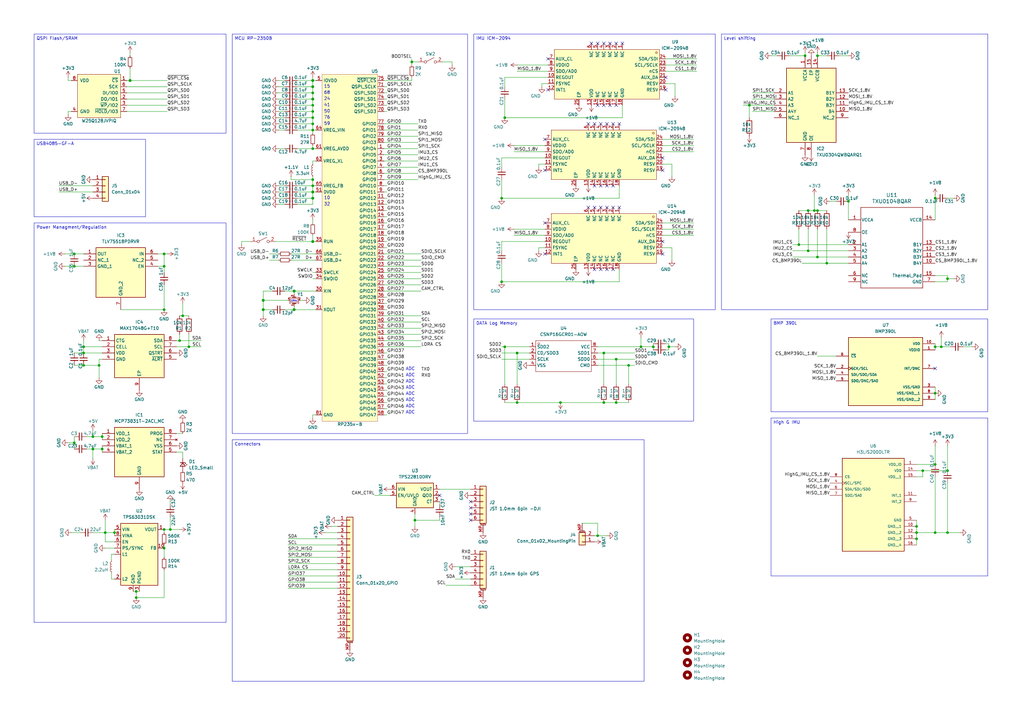
<source format=kicad_sch>
(kicad_sch (version 20250114) (generator "eeschema") (generator_version "9.0")
  (paper "A3")
  (title_block (title "Icarus Flight Computer V.1"))
  (lib_symbols
    (symbol "00_lcsc:ICM-20948"
      (property "Reference" "U" (at 0 29.21 0))
      (property "Value" "ICM-20948" (at 0 -29.21 0))
      (symbol "ICM-20948_0_1"
        (pin unspecified line (at -12.7 6.35 0) (length 2.54) (name "NC") (number "1"))
        (pin unspecified line (at -12.7 3.81 0) (length 2.54) (name "NC") (number "2"))
        (pin unspecified line (at -12.7 1.27 0) (length 2.54) (name "NC") (number "3"))
        (pin unspecified line (at -12.7 -1.27 0) (length 2.54) (name "NC") (number "4"))
        (pin unspecified line (at -12.7 -3.81 0) (length 2.54) (name "NC") (number "5"))
        (pin unspecified line (at -12.7 -6.35 0) (length 2.54) (name "NC") (number "6"))
        (pin unspecified line (at -6.35 24.13 270) (length 2.54) (name "SDA/SDI") (number "24"))
        (pin unspecified line (at -6.35 -24.13 90) (length 2.54) (name "AUX_CL") (number "7"))
        (pin unspecified line (at -3.81 24.13 270) (length 2.54) (name "SCL/SCLK") (number "23"))
        (pin unspecified line (at -3.81 -24.13 90) (length 2.54) (name "VDDIO") (number "8"))
        (pin unspecified line (at -1.27 24.13 270) (length 2.54) (name "nCS") (number "22"))
        (pin unspecified line (at -1.27 -24.13 90) (length 2.54) (name "SDO/AD0") (number "9"))
        (pin unspecified line (at 1.27 24.13 270) (length 2.54) (name "AUX_DA") (number "21"))
        (pin unspecified line (at 1.27 -24.13 90) (length 2.54) (name "REGOUT") (number "10"))
        (pin unspecified line (at 3.81 24.13 270) (length 2.54) (name "RESV") (number "20"))
        (pin unspecified line (at 3.81 -24.13 90) (length 2.54) (name "FSYNC") (number "11"))
        (pin unspecified line (at 6.35 24.13 270) (length 2.54) (name "RESV") (number "19"))
        (pin unspecified line (at 6.35 -24.13 90) (length 2.54) (name "INT1") (number "12"))
        (pin unspecified line (at 12.7 6.35 180) (length 2.54) (name "GND") (number "18"))
        (pin unspecified line (at 12.7 3.81 180) (length 2.54) (name "NC") (number "17"))
        (pin unspecified line (at 12.7 1.27 180) (length 2.54) (name "NC") (number "16"))
        (pin unspecified line (at 12.7 -1.27 180) (length 2.54) (name "NC") (number "15"))
        (pin unspecified line (at 12.7 -3.81 180) (length 2.54) (name "NC") (number "14"))
        (pin unspecified line (at 12.7 -6.35 180) (length 2.54) (name "VDD") (number "13"))
        (pin unspecified line (at 12.7 -11.43 180) (length 2.54) (name "EP") (number "25"))
      )
    )
    (symbol "2025-12-15_03-39-19:TXU0104BQAR" (pin_names (offset 0.254))
      (property "Reference" "U" (at 0 2.54 0))
      (property "Value" "TXU0104BQAR" (at 0 0 0))
      (symbol "TXU0104BQAR_0_1"
        (pin power_in line (at 0 0 0) (length 5.08) (name "VCCA") (number "1"))
        (pin input line (at 0 -5.08 0) (length 5.08) (name "OE") (number "8"))
        (pin input line (at 0 -10.16 0) (length 5.08) (name "A1") (number "2"))
        (pin input line (at 0 -12.7 0) (length 5.08) (name "A2") (number "3"))
        (pin input line (at 0 -15.24 0) (length 5.08) (name "A3") (number "4"))
        (pin input line (at 0 -17.78 0) (length 5.08) (name "A4") (number "5"))
        (pin unspecified line (at 0 -22.86 0) (length 5.08) (name "NC") (number "6"))
        (pin unspecified line (at 0 -25.4 0) (length 5.08) (name "NC") (number "9"))
        (pin power_in line (at 35.56 0 180) (length 5.08) (name "VCCB") (number "14"))
        (pin output line (at 35.56 -10.16 180) (length 5.08) (name "B1Y") (number "13"))
        (pin output line (at 35.56 -12.7 180) (length 5.08) (name "B2Y") (number "12"))
        (pin output line (at 35.56 -15.24 180) (length 5.08) (name "B3Y") (number "11"))
        (pin output line (at 35.56 -17.78 180) (length 5.08) (name "B4Y") (number "10"))
        (pin power_in line (at 35.56 -22.86 180) (length 5.08) (name "Thermal_Pad") (number "15"))
        (pin power_in line (at 35.56 -25.4 180) (length 5.08) (name "GND") (number "7"))
      )
    )
    (symbol "BMP390L:BMP390L" (pin_names (offset 1.016))
      (property "Reference" "U" (at -15.24 15.24 0))
      (property "Value" "BMP390L" (at -15.24 -20.32 0))
      (symbol "BMP390L_0_0"
        (pin input line (at -20.32 5.08 0) (length 5.08) (name "~{CS}") (number "6"))
        (pin input clock (at -20.32 0 0) (length 5.08) (name "SCK/SCL") (number "2"))
        (pin bidirectional line (at -20.32 -2.54 0) (length 5.08) (name "SDI/SDO/SDA") (number "4"))
        (pin bidirectional line (at -20.32 -5.08 0) (length 5.08) (name "SDO/DNC/SA0") (number "5"))
        (pin power_in line (at 20.32 10.16 180) (length 5.08) (name "VDD") (number "10"))
        (pin power_in line (at 20.32 7.62 180) (length 5.08) (name "VDDIO") (number "1"))
        (pin output line (at 20.32 0 180) (length 5.08) (name "INT/DNC") (number "7"))
        (pin power_in line (at 20.32 -7.62 180) (length 5.08) (name "VSS/GND") (number "3"))
        (pin power_in line (at 20.32 -10.16 180) (length 5.08) (name "VSS/GND__1") (number "8"))
        (pin power_in line (at 20.32 -12.7 180) (length 5.08) (name "VSS/GND__2") (number "9"))
      )
    )
    (symbol "Connector_Generic:Conn_01x04" (pin_names (offset 1.016) (hide yes))
      (property "Reference" "J" (at 0 5.08 0))
      (property "Value" "Conn_01x04" (at 0 -7.62 0))
      (symbol "Conn_01x04_1_1"
        (pin passive line (at -5.08 2.54 0) (length 3.81) (name "Pin_1") (number "1"))
        (pin passive line (at -5.08 0 0) (length 3.81) (name "Pin_2") (number "2"))
        (pin passive line (at -5.08 -2.54 0) (length 3.81) (name "Pin_3") (number "3"))
        (pin passive line (at -5.08 -5.08 0) (length 3.81) (name "Pin_4") (number "4"))
      )
    )
    (symbol "Connector_Generic_MountingPin:Conn_01x02_MountingPin" (pin_names (offset 1.016) (hide yes))
      (property "Reference" "J" (at 0 2.54 0))
      (property "Value" "Conn_01x02_MountingPin" (at 1.27 -5.08 0))
      (symbol "Conn_01x02_MountingPin_1_1"
        (text "Mounting" (at 0 -4.191 0) (effects (font (size 0.381 0.381))))
        (pin passive line (at -5.08 0 0) (length 3.81) (name "Pin_1") (number "1"))
        (pin passive line (at -5.08 -2.54 0) (length 3.81) (name "Pin_2") (number "2"))
        (pin passive line (at 0 -7.62 90) (length 3.048) (name "MountPin") (number "MP"))
      )
    )
    (symbol "Connector_Generic_MountingPin:Conn_01x06_MountingPin" (pin_names (offset 1.016) (hide yes))
      (property "Reference" "J" (at 0 7.62 0))
      (property "Value" "Conn_01x06_MountingPin" (at 1.27 -10.16 0))
      (symbol "Conn_01x06_MountingPin_1_1"
        (text "Mounting" (at 0 -9.271 0) (effects (font (size 0.381 0.381))))
        (pin passive line (at -5.08 5.08 0) (length 3.81) (name "Pin_1") (number "1"))
        (pin passive line (at -5.08 2.54 0) (length 3.81) (name "Pin_2") (number "2"))
        (pin passive line (at -5.08 0 0) (length 3.81) (name "Pin_3") (number "3"))
        (pin passive line (at -5.08 -2.54 0) (length 3.81) (name "Pin_4") (number "4"))
        (pin passive line (at -5.08 -5.08 0) (length 3.81) (name "Pin_5") (number "5"))
        (pin passive line (at -5.08 -7.62 0) (length 3.81) (name "Pin_6") (number "6"))
        (pin passive line (at 0 -12.7 90) (length 3.048) (name "MountPin") (number "MP"))
      )
    )
    (symbol "Connector_Generic_MountingPin:Conn_01x20_MountingPin" (pin_names (offset 1.016) (hide yes))
      (property "Reference" "J" (at 0 25.4 0))
      (property "Value" "Conn_01x20_MountingPin" (at 1.27 -27.94 0))
      (symbol "Conn_01x20_MountingPin_1_1"
        (text "Mounting" (at 0 -27.051 0) (effects (font (size 0.381 0.381))))
        (pin passive line (at -5.08 22.86 0) (length 3.81) (name "Pin_1") (number "1"))
        (pin passive line (at -5.08 20.32 0) (length 3.81) (name "Pin_2") (number "2"))
        (pin passive line (at -5.08 17.78 0) (length 3.81) (name "Pin_3") (number "3"))
        (pin passive line (at -5.08 15.24 0) (length 3.81) (name "Pin_4") (number "4"))
        (pin passive line (at -5.08 12.7 0) (length 3.81) (name "Pin_5") (number "5"))
        (pin passive line (at -5.08 10.16 0) (length 3.81) (name "Pin_6") (number "6"))
        (pin passive line (at -5.08 7.62 0) (length 3.81) (name "Pin_7") (number "7"))
        (pin passive line (at -5.08 5.08 0) (length 3.81) (name "Pin_8") (number "8"))
        (pin passive line (at -5.08 2.54 0) (length 3.81) (name "Pin_9") (number "9"))
        (pin passive line (at -5.08 0 0) (length 3.81) (name "Pin_10") (number "10"))
        (pin passive line (at -5.08 -2.54 0) (length 3.81) (name "Pin_11") (number "11"))
        (pin passive line (at -5.08 -5.08 0) (length 3.81) (name "Pin_12") (number "12"))
        (pin passive line (at -5.08 -7.62 0) (length 3.81) (name "Pin_13") (number "13"))
        (pin passive line (at -5.08 -10.16 0) (length 3.81) (name "Pin_14") (number "14"))
        (pin passive line (at -5.08 -12.7 0) (length 3.81) (name "Pin_15") (number "15"))
        (pin passive line (at -5.08 -15.24 0) (length 3.81) (name "Pin_16") (number "16"))
        (pin passive line (at -5.08 -17.78 0) (length 3.81) (name "Pin_17") (number "17"))
        (pin passive line (at -5.08 -20.32 0) (length 3.81) (name "Pin_18") (number "18"))
        (pin passive line (at -5.08 -22.86 0) (length 3.81) (name "Pin_19") (number "19"))
        (pin passive line (at -5.08 -25.4 0) (length 3.81) (name "Pin_20") (number "20"))
        (pin passive line (at 0 -30.48 90) (length 3.048) (name "MountPin") (number "MP"))
      )
    )
    (symbol "Device:C_Small" (pin_numbers (hide yes)) (pin_names (offset 0.254) (hide yes))
      (property "Reference" "C" (at 0.254 1.778 0))
      (property "Value" "C_Small" (at 0.254 -2.032 0))
      (symbol "C_Small_1_1"
        (pin passive line (at 0 2.54 270) (length 2.032) (name "~") (number "1"))
        (pin passive line (at 0 -2.54 90) (length 2.032) (name "~") (number "2"))
      )
    )
    (symbol "Device:Crystal_GND24_Small" (pin_names (offset 1.016) (hide yes))
      (property "Reference" "Y" (at 1.27 4.445 0))
      (property "Value" "Crystal_GND24_Small" (at 1.27 2.54 0))
      (symbol "Crystal_GND24_Small_1_1"
        (pin passive line (at -2.54 0 0) (length 1.27) (name "1") (number "1"))
        (pin passive line (at 0 2.54 270) (length 0.635) (name "4") (number "4"))
        (pin passive line (at 0 -2.54 90) (length 0.635) (name "2") (number "2"))
        (pin passive line (at 2.54 0 180) (length 1.27) (name "3") (number "3"))
      )
    )
    (symbol "Device:LED_Small" (pin_numbers (hide yes)) (pin_names (offset 0.254) (hide yes))
      (property "Reference" "D" (at -1.27 3.175 0))
      (property "Value" "LED_Small" (at -4.445 -2.54 0))
      (symbol "LED_Small_1_1"
        (pin passive line (at -2.54 0 0) (length 1.778) (name "K") (number "1"))
        (pin passive line (at 2.54 0 180) (length 1.778) (name "A") (number "2"))
      )
    )
    (symbol "Device:L_Small" (pin_numbers (hide yes)) (pin_names (offset 0.254) (hide yes))
      (property "Reference" "L" (at 0.762 1.016 0))
      (property "Value" "L_Small" (at 0.762 -1.016 0))
      (symbol "L_Small_1_1"
        (pin passive line (at 0 2.54 270) (length 0.508) (name "~") (number "1"))
        (pin passive line (at 0 -2.54 90) (length 0.508) (name "~") (number "2"))
      )
    )
    (symbol "Device:R" (pin_numbers (hide yes)) (pin_names (offset 0))
      (property "Reference" "R" (at 2.032 0 90))
      (property "Value" "R" (at 0 0 90))
      (symbol "R_1_1"
        (pin passive line (at 0 3.81 270) (length 1.27) (name "~") (number "1"))
        (pin passive line (at 0 -3.81 90) (length 1.27) (name "~") (number "2"))
      )
    )
    (symbol "Device:R_Small" (pin_numbers (hide yes)) (pin_names (offset 0.254) (hide yes))
      (property "Reference" "R" (at 0.762 0.508 0))
      (property "Value" "R_Small" (at 0.762 -1.016 0))
      (symbol "R_Small_1_1"
        (pin passive line (at 0 2.54 270) (length 0.762) (name "~") (number "1"))
        (pin passive line (at 0 -2.54 90) (length 0.762) (name "~") (number "2"))
      )
    )
    (symbol "Flash Storage:CSNP16GCR01-AOW"
      (property "Reference" "U" (at 0 0 0))
      (symbol "CSNP16GCR01-AOW_1_0"
        (pin unspecified line (at -15.24 5.08 0) (length 2.54) (name "SDD2") (number "1"))
        (pin unspecified line (at -15.24 2.54 0) (length 2.54) (name "CD/SDD3") (number "2"))
        (pin unspecified line (at -15.24 0 0) (length 2.54) (name "SCLK") (number "3"))
        (pin unspecified line (at -15.24 -2.54 0) (length 2.54) (name "VSS") (number "4"))
        (pin unspecified line (at 12.7 5.08 180) (length 2.54) (name "VCC") (number "8"))
        (pin unspecified line (at 12.7 2.54 180) (length 2.54) (name "SDD1") (number "7"))
        (pin unspecified line (at 12.7 0 180) (length 2.54) (name "SDD0") (number "6"))
        (pin unspecified line (at 12.7 -2.54 180) (length 2.54) (name "CMD") (number "5"))
      )
    )
    (symbol "H3LIS200DLTR:H3LIS200DLTR" (pin_names (offset 1.016))
      (property "Reference" "U" (at -12.7093 12.7093 0))
      (property "Value" "H3LIS200DLTR" (at -12.7045 -27.9454 0))
      (symbol "H3LIS200DLTR_0_0"
        (pin input line (at -17.78 5.08 0) (length 5.08) (name "CS") (number "8"))
        (pin input clock (at -17.78 2.54 0) (length 5.08) (name "SCL/SPC") (number "4"))
        (pin bidirectional line (at -17.78 0 0) (length 5.08) (name "SDA/SDI/SDO") (number "6"))
        (pin output line (at -17.78 -2.54 0) (length 5.08) (name "SDO/SA0") (number "7"))
        (pin power_in line (at 17.78 10.16 180) (length 5.08) (name "VDD_IO") (number "1"))
        (pin power_in line (at 17.78 7.62 180) (length 5.08) (name "VDD") (number "14"))
        (pin power_in line (at 17.78 5.08 180) (length 5.08) (name "VDD__1") (number "15"))
        (pin output line (at 17.78 -2.54 180) (length 5.08) (name "INT_1") (number "11"))
        (pin output line (at 17.78 -5.08 180) (length 5.08) (name "INT_2") (number "9"))
        (pin power_in line (at 17.78 -12.7 180) (length 5.08) (name "GND") (number "5"))
        (pin power_in line (at 17.78 -15.24 180) (length 5.08) (name "GND__1") (number "10"))
        (pin power_in line (at 17.78 -17.78 180) (length 5.08) (name "GND__2") (number "12"))
        (pin power_in line (at 17.78 -20.32 180) (length 5.08) (name "GND__3") (number "13"))
        (pin power_in line (at 17.78 -22.86 180) (length 5.08) (name "GND__4") (number "16"))
      )
    )
    (symbol "MAX17048G+T10:MAX17048G+T10"
      (property "Reference" "IC" (at 26.67 7.62 0))
      (property "Value" "MAX17048G+T10" (at 26.67 5.08 0))
      (symbol "MAX17048G+T10_1_1"
        (pin passive line (at 0 0 0) (length 5.08) (name "CTG") (number "1"))
        (pin passive line (at 0 -2.54 0) (length 5.08) (name "CELL") (number "2"))
        (pin passive line (at 0 -5.08 0) (length 5.08) (name "VDD") (number "3"))
        (pin passive line (at 0 -7.62 0) (length 5.08) (name "GND") (number "4"))
        (pin passive line (at 15.24 -20.32 90) (length 5.08) (name "EP") (number "9"))
        (pin passive line (at 30.48 0 180) (length 5.08) (name "SDA") (number "8"))
        (pin passive line (at 30.48 -2.54 180) (length 5.08) (name "SCL") (number "7"))
        (pin passive line (at 30.48 -5.08 180) (length 5.08) (name "QSTRT") (number "6"))
        (pin passive line (at 30.48 -7.62 180) (length 5.08) (name "~{ALRT}") (number "5"))
      )
    )
    (symbol "MCP73831T-2ACI_MC:MCP73831T-2ACI_MC"
      (property "Reference" "IC" (at 26.67 7.62 0))
      (property "Value" "MCP73831T-2ACI_MC" (at 26.67 5.08 0))
      (symbol "MCP73831T-2ACI_MC_1_1"
        (pin passive line (at 0 0 0) (length 5.08) (name "VDD_1") (number "1"))
        (pin passive line (at 0 -2.54 0) (length 5.08) (name "VDD_2") (number "2"))
        (pin passive line (at 0 -5.08 0) (length 5.08) (name "VBAT_1") (number "3"))
        (pin passive line (at 0 -7.62 0) (length 5.08) (name "VBAT_2") (number "4"))
        (pin passive line (at 15.24 -22.86 90) (length 5.08) (name "GND") (number "9"))
        (pin passive line (at 30.48 0 180) (length 5.08) (name "PROG") (number "8"))
        (pin no_connect line (at 30.48 -2.54 180) (length 5.08) (name "NC") (number "7"))
        (pin passive line (at 30.48 -5.08 180) (length 5.08) (name "VSS") (number "6"))
        (pin passive line (at 30.48 -7.62 180) (length 5.08) (name "STAT") (number "5"))
      )
    )
    (symbol "MCU_RaspberryPi:RP235x-B"
      (property "Reference" "U" (at 11.43 67.31 0))
      (property "Value" "RP235x-B" (at 0 -77.47 0))
      (symbol "RP235x-B_0_0"
        (pin passive line (at -13.97 63.5 0) (length 2.54) (hide yes) (name "IOVDD") (number "24"))
        (pin passive line (at -13.97 63.5 0) (length 2.54) (hide yes) (name "IOVDD") (number "29"))
        (pin passive line (at -13.97 63.5 0) (length 2.54) (hide yes) (name "IOVDD") (number "41"))
        (pin power_in line (at -13.97 63.5 0) (length 2.54) (name "IOVDD") (number "5"))
        (pin passive line (at -13.97 63.5 0) (length 2.54) (hide yes) (name "IOVDD") (number "50"))
        (pin passive line (at -13.97 63.5 0) (length 2.54) (hide yes) (name "IOVDD") (number "59"))
        (pin passive line (at -13.97 63.5 0) (length 2.54) (hide yes) (name "IOVDD") (number "60"))
        (pin passive line (at -13.97 63.5 0) (length 2.54) (hide yes) (name "IOVDD") (number "68"))
        (pin passive line (at -13.97 63.5 0) (length 2.54) (hide yes) (name "IOVDD") (number "69"))
        (pin passive line (at -13.97 63.5 0) (length 2.54) (hide yes) (name "IOVDD") (number "76"))
        (pin power_in line (at -13.97 43.18 0) (length 2.54) (name "VREG_VIN") (number "64"))
        (pin power_out line (at -13.97 30.48 0) (length 2.54) (name "VREG_XL") (number "63"))
        (pin passive line (at -13.97 17.78 0) (length 2.54) (hide yes) (name "DVDD") (number "10"))
        (pin passive line (at -13.97 17.78 0) (length 2.54) (hide yes) (name "DVDD") (number "32"))
        (pin input line (at -13.97 17.78 0) (length 2.54) (name "DVDD") (number "51"))
        (pin input line (at -13.97 -2.54 0) (length 2.54) (name "RUN") (number "35"))
        (pin bidirectional line (at -13.97 -7.62 0) (length 2.54) (name "USB_D-") (number "66"))
        (pin bidirectional line (at -13.97 -10.16 0) (length 2.54) (name "USB_D+") (number "67"))
        (pin input line (at -13.97 -15.24 0) (length 2.54) (name "SWCLK") (number "33"))
        (pin bidirectional line (at -13.97 -17.78 0) (length 2.54) (name "SWDIO") (number "34"))
        (pin input line (at -13.97 -22.86 0) (length 2.54) (name "XIN") (number "30"))
        (pin output line (at -13.97 -30.48 0) (length 2.54) (name "XOUT") (number "31"))
        (pin passive line (at -13.97 -73.66 0) (length 2.54) (hide yes) (name "GND") (number "62"))
        (pin power_in line (at -13.97 -73.66 0) (length 2.54) (name "GND") (number "81"))
        (pin output line (at 13.97 60.96 180) (length 2.54) (name "QSPI_SCLK") (number "71"))
        (pin bidirectional line (at 13.97 58.42 180) (length 2.54) (name "QSPI_SD0") (number "72"))
        (pin bidirectional line (at 13.97 55.88 180) (length 2.54) (name "QSPI_SD1") (number "74"))
        (pin bidirectional line (at 13.97 53.34 180) (length 2.54) (name "QSPI_SD2") (number "73"))
        (pin bidirectional line (at 13.97 50.8 180) (length 2.54) (name "QSPI_SD3") (number "70"))
        (pin bidirectional line (at 13.97 45.72 180) (length 2.54) (name "GPIO0") (number "77"))
        (pin bidirectional line (at 13.97 43.18 180) (length 2.54) (name "GPIO1") (number "78"))
        (pin bidirectional line (at 13.97 40.64 180) (length 2.54) (name "GPIO2") (number "79"))
        (pin bidirectional line (at 13.97 38.1 180) (length 2.54) (name "GPIO3") (number "80"))
        (pin bidirectional line (at 13.97 35.56 180) (length 2.54) (name "GPIO4") (number "1"))
        (pin bidirectional line (at 13.97 33.02 180) (length 2.54) (name "GPIO5") (number "2"))
        (pin bidirectional line (at 13.97 30.48 180) (length 2.54) (name "GPIO6") (number "3"))
        (pin bidirectional line (at 13.97 27.94 180) (length 2.54) (name "GPIO7") (number "4"))
        (pin bidirectional line (at 13.97 25.4 180) (length 2.54) (name "GPIO8") (number "6"))
        (pin bidirectional line (at 13.97 22.86 180) (length 2.54) (name "GPIO9") (number "7"))
        (pin bidirectional line (at 13.97 20.32 180) (length 2.54) (name "GPIO10") (number "8"))
        (pin bidirectional line (at 13.97 17.78 180) (length 2.54) (name "GPIO11") (number "9"))
        (pin bidirectional line (at 13.97 15.24 180) (length 2.54) (name "GPIO12") (number "11"))
        (pin bidirectional line (at 13.97 12.7 180) (length 2.54) (name "GPIO13") (number "12"))
        (pin bidirectional line (at 13.97 10.16 180) (length 2.54) (name "GPIO14") (number "13"))
        (pin bidirectional line (at 13.97 7.62 180) (length 2.54) (name "GPIO15") (number "14"))
        (pin bidirectional line (at 13.97 5.08 180) (length 2.54) (name "GPIO16") (number "16"))
        (pin bidirectional line (at 13.97 2.54 180) (length 2.54) (name "GPIO17") (number "17"))
        (pin bidirectional line (at 13.97 0 180) (length 2.54) (name "GPIO18") (number "18"))
        (pin bidirectional line (at 13.97 -2.54 180) (length 2.54) (name "GPIO19") (number "19"))
        (pin bidirectional line (at 13.97 -5.08 180) (length 2.54) (name "GPIO20") (number "20"))
        (pin bidirectional line (at 13.97 -7.62 180) (length 2.54) (name "GPIO21") (number "21"))
        (pin bidirectional line (at 13.97 -10.16 180) (length 2.54) (name "GPIO22") (number "22"))
        (pin bidirectional line (at 13.97 -12.7 180) (length 2.54) (name "GPIO23") (number "23"))
        (pin bidirectional line (at 13.97 -15.24 180) (length 2.54) (name "GPIO24") (number "25"))
        (pin bidirectional line (at 13.97 -17.78 180) (length 2.54) (name "GPIO25") (number "26"))
        (pin bidirectional line (at 13.97 -20.32 180) (length 2.54) (name "GPIO26") (number "27"))
        (pin bidirectional line (at 13.97 -22.86 180) (length 2.54) (name "GPIO27") (number "28"))
        (pin bidirectional line (at 13.97 -25.4 180) (length 2.54) (name "GPIO28") (number "36"))
        (pin bidirectional line (at 13.97 -27.94 180) (length 2.54) (name "GPIO29") (number "37"))
        (pin bidirectional line (at 13.97 -30.48 180) (length 2.54) (name "GPIO30") (number "38"))
        (pin bidirectional line (at 13.97 -33.02 180) (length 2.54) (name "GPIO31") (number "39"))
        (pin bidirectional line (at 13.97 -35.56 180) (length 2.54) (name "GPIO32") (number "40"))
        (pin bidirectional line (at 13.97 -38.1 180) (length 2.54) (name "GPIO33") (number "42"))
        (pin bidirectional line (at 13.97 -40.64 180) (length 2.54) (name "GPIO34") (number "43"))
        (pin bidirectional line (at 13.97 -43.18 180) (length 2.54) (name "GPIO35") (number "44"))
        (pin bidirectional line (at 13.97 -45.72 180) (length 2.54) (name "GPIO36") (number "45"))
        (pin bidirectional line (at 13.97 -48.26 180) (length 2.54) (name "GPIO37") (number "46"))
        (pin bidirectional line (at 13.97 -50.8 180) (length 2.54) (name "GPIO38") (number "47"))
        (pin bidirectional line (at 13.97 -53.34 180) (length 2.54) (name "GPIO39") (number "48"))
        (pin bidirectional line (at 13.97 -55.88 180) (length 2.54) (name "GPIO40") (number "49"))
        (pin bidirectional line (at 13.97 -58.42 180) (length 2.54) (name "GPIO41") (number "52"))
        (pin bidirectional line (at 13.97 -60.96 180) (length 2.54) (name "GPIO42") (number "53"))
        (pin bidirectional line (at 13.97 -63.5 180) (length 2.54) (name "GPIO43") (number "54"))
        (pin bidirectional line (at 13.97 -66.04 180) (length 2.54) (name "GPIO44") (number "55"))
        (pin bidirectional line (at 13.97 -68.58 180) (length 2.54) (name "GPIO45") (number "56"))
        (pin bidirectional line (at 13.97 -71.12 180) (length 2.54) (name "GPIO46") (number "57"))
        (pin bidirectional line (at 13.97 -73.66 180) (length 2.54) (name "GPIO47") (number "58"))
      )
      (symbol "RP235x-B_1_0"
        (pin passive line (at -13.97 63.5 0) (length 2.54) (hide yes) (name "IOVDD") (number "15"))
        (pin input line (at -13.97 35.56 0) (length 2.54) (name "VREG_AVDD") (number "61"))
        (pin input line (at -13.97 20.32 0) (length 2.54) (name "VREG_FB") (number "65"))
        (pin input line (at 13.97 63.5 180) (length 2.54) (name "~{QSPI_CS}") (number "75"))
      )
    )
    (symbol "Mechanical:MountingHole" (pin_names (offset 1.016)) (in_bom no)
      (property "Reference" "H" (at 0 5.08 0))
      (property "Value" "MountingHole" (at 0 3.175 0))
    )
    (symbol "Memory_Flash_Extra:W25Q64JV" (pin_names (offset 1.016))
      (property "Reference" "U" (at 8.89 10.16 0))
      (property "Value" "W25Q64JV" (at 0 -10.16 0))
      (symbol "W25Q64JV_1_1"
        (pin power_in line (at -11.43 6.35 0) (length 2.54) (name "VDD") (number "8"))
        (pin power_in line (at -11.43 -6.35 0) (length 2.54) (name "GND") (number "4"))
        (pin passive line (at -11.43 -6.35 0) (length 2.54) (hide yes) (name "GND") (number "9"))
        (pin input line (at 11.43 6.35 180) (length 2.54) (name "~{CS}") (number "1"))
        (pin input line (at 11.43 3.81 180) (length 2.54) (name "SCK") (number "6"))
        (pin bidirectional line (at 11.43 1.27 180) (length 2.54) (name "DI/IO0") (number "5"))
        (pin bidirectional line (at 11.43 -1.27 180) (length 2.54) (name "DO/IO1") (number "2"))
        (pin bidirectional line (at 11.43 -3.81 180) (length 2.54) (name "~{WP}/IO2") (number "3"))
        (pin bidirectional line (at 11.43 -6.35 180) (length 2.54) (name "~{HOLD}/IO3") (number "7"))
      )
    )
    (symbol "Power_Management:TPS22810DRV"
      (property "Reference" "U" (at -6.35 6.35 0))
      (property "Value" "TPS22810DRV" (at 7.62 -6.35 0))
      (symbol "TPS22810DRV_1_1"
        (pin power_in line (at -10.16 2.54 0) (length 2.54) (name "VIN") (number "6"))
        (pin input line (at -10.16 0 0) (length 2.54) (name "EN/UVLO") (number "5"))
        (pin power_in line (at 0 -7.62 90) (length 2.54) (name "GND") (number "4"))
        (pin passive line (at 0 -7.62 90) (length 2.54) (hide yes) (name "GND") (number "7"))
        (pin power_out line (at 10.16 2.54 180) (length 2.54) (name "VOUT") (number "1"))
        (pin open_collector line (at 10.16 0 180) (length 2.54) (name "QOD") (number "2"))
        (pin output line (at 10.16 -2.54 180) (length 2.54) (name "CT") (number "3"))
      )
    )
    (symbol "Regulator_Switching:TPS63031DSK"
      (property "Reference" "U" (at -7.62 13.97 0))
      (property "Value" "TPS63031DSK" (at 5.08 13.97 0))
      (symbol "TPS63031DSK_1_1"
        (pin power_in line (at -10.16 10.16 0) (length 2.54) (name "VIN") (number "5"))
        (pin passive line (at -10.16 7.62 0) (length 2.54) (name "VINA") (number "8"))
        (pin input line (at -10.16 5.08 0) (length 2.54) (name "EN") (number "6"))
        (pin input line (at -10.16 2.54 0) (length 2.54) (name "PS/SYNC") (number "7"))
        (pin input line (at -10.16 0 0) (length 2.54) (name "L1") (number "4"))
        (pin input line (at -10.16 -10.16 0) (length 2.54) (name "L2") (number "2"))
        (pin power_in line (at -2.54 -15.24 90) (length 2.54) (name "GND") (number "9"))
        (pin passive line (at 0 -15.24 90) (length 2.54) (hide yes) (name "PGND") (number "11"))
        (pin power_in line (at 0 -15.24 90) (length 2.54) (name "PGND") (number "3"))
        (pin power_out line (at 10.16 10.16 180) (length 2.54) (name "VOUT") (number "1"))
        (pin input line (at 10.16 2.54 180) (length 2.54) (name "FB") (number "10"))
      )
    )
    (symbol "Switch:SW_SPST" (pin_names (offset 0) (hide yes))
      (property "Reference" "SW" (at 0 3.175 0))
      (property "Value" "SW_SPST" (at 0 -2.54 0))
      (symbol "SW_SPST_1_1"
        (pin passive line (at -5.08 0 0) (length 2.54) (name "A") (number "1"))
        (pin passive line (at 5.08 0 180) (length 2.54) (name "B") (number "2"))
      )
    )
    (symbol "TLV75518PDRVR:TLV75518PDRVR"
      (property "Reference" "IC" (at 26.67 7.62 0))
      (property "Value" "TLV75518PDRVR" (at 26.67 5.08 0))
      (symbol "TLV75518PDRVR_1_1"
        (pin passive line (at 0 0 0) (length 5.08) (name "OUT") (number "1"))
        (pin passive line (at 0 -2.54 0) (length 5.08) (name "NC_1") (number "2"))
        (pin passive line (at 0 -5.08 0) (length 5.08) (name "GND_1") (number "3"))
        (pin passive line (at 15.24 -22.86 90) (length 5.08) (name "GND_2") (number "7"))
        (pin passive line (at 30.48 0 180) (length 5.08) (name "IN") (number "6"))
        (pin passive line (at 30.48 -2.54 180) (length 5.08) (name "NC_2") (number "5"))
        (pin passive line (at 30.48 -5.08 180) (length 5.08) (name "EN") (number "4"))
      )
    )
    (symbol "TXU0304QWBQARQ1:TXU0304QWBQARQ1"
      (property "Reference" "IC" (at 26.67 15.24 0))
      (property "Value" "TXU0304QWBQARQ1" (at 26.67 12.7 0))
      (symbol "TXU0304QWBQARQ1_1_1"
        (pin passive line (at 0 0 0) (length 5.08) (name "A1") (number "2"))
        (pin passive line (at 0 -2.54 0) (length 5.08) (name "A2") (number "3"))
        (pin passive line (at 0 -5.08 0) (length 5.08) (name "A3") (number "4"))
        (pin passive line (at 0 -7.62 0) (length 5.08) (name "A4Y") (number "5"))
        (pin passive line (at 0 -10.16 0) (length 5.08) (name "NC_1") (number "6"))
        (pin passive line (at 12.7 15.24 270) (length 5.08) (name "VCCA") (number "1"))
        (pin passive line (at 12.7 -25.4 90) (length 5.08) (name "GND") (number "7"))
        (pin passive line (at 15.24 15.24 270) (length 5.08) (name "EP") (number "15"))
        (pin passive line (at 15.24 -25.4 90) (length 5.08) (name "OE") (number "8"))
        (pin passive line (at 17.78 15.24 270) (length 5.08) (name "VCCB") (number "14"))
        (pin passive line (at 30.48 0 180) (length 5.08) (name "B1Y") (number "13"))
        (pin passive line (at 30.48 -2.54 180) (length 5.08) (name "B2Y") (number "12"))
        (pin passive line (at 30.48 -5.08 180) (length 5.08) (name "B3Y") (number "11"))
        (pin passive line (at 30.48 -7.62 180) (length 5.08) (name "B4") (number "10"))
        (pin passive line (at 30.48 -10.16 180) (length 5.08) (name "NC_2") (number "9"))
      )
    )
    (symbol "power:+1V1" (power) (pin_numbers (hide yes)) (pin_names (offset 0) (hide yes))
      (property "Value" "+1V1" (at 0 3.556 0))
      (symbol "+1V1_1_1"
        (pin power_in line (at 0 0 90) (length 0) (name "~") (number "1"))
      )
    )
    (symbol "power:+1V8" (power) (pin_numbers (hide yes)) (pin_names (offset 0) (hide yes))
      (property "Value" "+1V8" (at 0 3.556 0))
      (symbol "+1V8_1_1"
        (pin power_in line (at 0 0 90) (length 0) (name "~") (number "1"))
      )
    )
    (symbol "power:+3.3V" (power) (pin_names (offset 0))
      (property "Value" "+3.3V" (at 0 3.556 0))
      (symbol "+3.3V_1_1"
        (pin power_in line (at 0 0 90) (length 0) (hide yes) (name "+3V3") (number "1"))
      )
    )
    (symbol "power:+3V3" (power) (pin_names (offset 0))
      (property "Value" "+3V3" (at 0 3.556 0))
      (symbol "+3V3_1_1"
        (pin power_in line (at 0 0 90) (length 0) (hide yes) (name "+3V3") (number "1"))
      )
    )
    (symbol "power:+5V" (power) (pin_names (offset 0))
      (property "Value" "+5V" (at 0 3.556 0))
      (symbol "+5V_1_1"
        (pin power_in line (at 0 0 90) (length 0) (hide yes) (name "+5V") (number "1"))
      )
    )
    (symbol "power:GND" (power) (pin_names (offset 0))
      (property "Value" "GND" (at 0 -3.81 0))
      (symbol "GND_1_1"
        (pin power_in line (at 0 0 270) (length 0) (hide yes) (name "GND") (number "1"))
      )
    )
    (symbol "power_extra:VBAT" (power) (pin_names (offset 0))
      (property "Value" "VBAT" (at 0 3.556 0))
      (symbol "VBAT_1_1"
        (pin power_in line (at 0 0 90) (length 0) (hide yes) (name "VBAT") (number "1"))
      )
    )
  )
  (text "ADC" (at 166.37 162.306 0) (effects (font (size 1.27 1.27)) (justify left bottom)))
  (text "76\n" (at 132.842 48.26 0) (effects (font (size 1.27 1.27)) (justify left)))
  (text "12MHz" (at 121.92 123.825 0) (effects (font (size 0.508 0.508)) (justify right bottom)))
  (text "ADC" (at 166.37 164.846 0) (effects (font (size 1.27 1.27)) (justify left bottom)))
  (text "ADC" (at 166.37 169.926 0) (effects (font (size 1.27 1.27)) (justify left bottom)))
  (text "ADC" (at 166.37 154.686 0) (effects (font (size 1.27 1.27)) (justify left bottom)))
  (text "ADC" (at 166.37 167.386 0) (effects (font (size 1.27 1.27)) (justify left bottom)))
  (text "41" (at 132.842 43.18 0) (effects (font (size 1.27 1.27)) (justify left)))
  (text "ADC" (at 166.37 159.766 0) (effects (font (size 1.27 1.27)) (justify left bottom)))
  (text "59\n" (at 132.842 50.8 0) (effects (font (size 1.27 1.27)) (justify left)))
  (text "50" (at 132.842 45.72 0) (effects (font (size 1.27 1.27)) (justify left)))
  (text "24" (at 132.842 40.64 0) (effects (font (size 1.27 1.27)) (justify left)))
  (text "ADC" (at 166.37 152.146 0) (effects (font (size 1.27 1.27)) (justify left bottom)))
  (text "32" (at 132.842 83.82 0) (effects (font (size 1.27 1.27)) (justify left)))
  (text "68" (at 132.842 38.1 0) (effects (font (size 1.27 1.27)) (justify left)))
  (text "10\n" (at 132.842 81.28 0) (effects (font (size 1.27 1.27)) (justify left)))
  (text "15" (at 132.842 35.56 0) (effects (font (size 1.27 1.27)) (justify left)))
  (text "ADC" (at 166.37 157.226 0) (effects (font (size 1.27 1.27)) (justify left bottom)))
  (text_box "IMU ICM-2094" (at 194.31 13.97 0) (size 99.06 113.03) (margins 0.9525 0.9525 0.9525 0.9525) (effects (font (size 1.27 1.27)) (justify left top)))
  (text_box "BMP 390L" (at 316.23 130.81 0) (size 88.9 38.1) (margins 0.9525 0.9525 0.9525 0.9525) (effects (font (size 1.27 1.27)) (justify left top)))
  (text_box "QSPI Flash/SRAM" (at 13.97 13.97 0) (size 78.74 40.64) (margins 0.9525 0.9525 0.9525 0.9525) (effects (font (size 1.27 1.27)) (justify left top)))
  (text_box "High G IMU" (at 316.23 171.45 0) (size 88.9 64.77) (margins 0.9525 0.9525 0.9525 0.9525) (effects (font (size 1.27 1.27)) (justify left top)))
  (text_box "Power Managment/Regulation" (at 13.97 91.44 0) (size 78.74 163.83) (margins 0.9525 0.9525 0.9525 0.9525) (effects (font (size 1.27 1.27)) (justify left top)))
  (text_box "USB4085-GF-A" (at 13.97 57.15 0) (size 45.72 31.75) (margins 0.9525 0.9525 0.9525 0.9525) (effects (font (size 1.27 1.27)) (justify left top)))
  (text_box "Connectors" (at 95.25 180.34 0) (size 168.91 99.06) (margins 0.9525 0.9525 0.9525 0.9525) (effects (font (size 1.27 1.27)) (justify left top)))
  (text_box "DATA Log Memory" (at 194.31 130.81 0) (size 90.17 41.91) (margins 0.9525 0.9525 0.9525 0.9525) (effects (font (size 1.27 1.27)) (justify left top)))
  (text_box "MCU RP-2350B" (at 95.25 13.97 0) (size 96.52 163.83) (margins 0.9525 0.9525 0.9525 0.9525) (effects (font (size 1.27 1.27)) (justify left top)))
  (text_box "Level shifting" (at 295.91 13.97 0) (size 109.22 113.03) (margins 0.9525 0.9525 0.9525 0.9525) (effects (font (size 1.27 1.27)) (justify left top)))
  (junction (at 128.27 35.56) (diameter 1.016))
  (junction (at 267.97 142.24))
  (junction (at 383.54 81.28))
  (junction (at 388.62 114.3))
  (junction (at 38.1 179.07))
  (junction (at 207.01 142.24))
  (junction (at 383.54 218.44))
  (junction (at 30.48 104.14))
  (junction (at 128.27 50.8))
  (junction (at 388.62 193.04))
  (junction (at 128.27 81.28) (diameter 1.016))
  (junction (at 252.73 165.1))
  (junction (at 245.11 219.71))
  (junction (at 128.27 48.26))
  (junction (at 120.65 127) (diameter 1.016))
  (junction (at 41.91 184.15))
  (junction (at 375.92 215.9))
  (junction (at 128.27 33.02) (diameter 1.016))
  (junction (at 77.47 142.24))
  (junction (at 128.27 40.64) (diameter 1.016))
  (junction (at 386.08 142.24))
  (junction (at 212.09 144.78))
  (junction (at 205.74 81.28))
  (junction (at 334.01 86.36))
  (junction (at 375.92 220.98))
  (junction (at 274.32 142.24))
  (junction (at 38.1 184.15))
  (junction (at 53.34 33.02) (diameter 1.016))
  (junction (at 388.62 218.44))
  (junction (at 331.47 86.36))
  (junction (at 43.18 218.44))
  (junction (at 69.85 217.17))
  (junction (at 207.01 48.26))
  (junction (at 107.95 123.19) (diameter 1.016))
  (junction (at 34.29 149.86))
  (junction (at 383.54 161.29))
  (junction (at 67.31 109.22))
  (junction (at 67.31 224.79))
  (junction (at 331.47 102.87))
  (junction (at 247.65 144.78))
  (junction (at 347.98 82.55))
  (junction (at 128.27 38.1))
  (junction (at 67.31 104.14))
  (junction (at 383.54 190.5))
  (junction (at 205.74 115.57))
  (junction (at 55.88 245.11))
  (junction (at 30.48 109.22))
  (junction (at 307.34 43.18))
  (junction (at 128.27 78.74) (diameter 1.016))
  (junction (at 128.27 45.72))
  (junction (at 128.27 76.2))
  (junction (at 128.27 73.66))
  (junction (at 257.81 149.86))
  (junction (at 46.99 218.44))
  (junction (at 34.29 142.24))
  (junction (at 120.65 119.38) (diameter 1.016))
  (junction (at 74.93 129.54))
  (junction (at 128.27 60.96))
  (junction (at 107.95 127) (diameter 1.016))
  (junction (at 128.27 99.06) (diameter 1.016))
  (junction (at 383.54 142.24))
  (junction (at 67.31 127))
  (junction (at 128.27 53.34))
  (junction (at 335.28 22.86))
  (junction (at 262.89 142.24))
  (junction (at 168.91 25.4))
  (junction (at 330.2 22.86))
  (junction (at 335.28 86.36))
  (junction (at 55.88 242.57))
  (junction (at 40.64 149.86))
  (junction (at 335.28 105.41))
  (junction (at 375.92 218.44))
  (junction (at 247.65 165.1))
  (junction (at 212.09 165.1))
  (junction (at 378.46 193.04))
  (junction (at 34.29 144.78))
  (junction (at 339.09 107.95))
  (junction (at 252.73 147.32))
  (junction (at 229.87 165.1))
  (junction (at 128.27 43.18))
  (junction (at 67.31 217.17))
  (junction (at 73.66 139.7))
  (junction (at 327.66 100.33))
  (junction (at 170.18 213.36))
  (junction (at 30.48 181.61))
  (junction (at 41.91 179.07))
  (no_connect (at 247.65 17.78))
  (no_connect (at 242.57 17.78))
  (no_connect (at 252.73 17.78))
  (no_connect (at 223.52 57.15))
  (no_connect (at 383.54 151.13))
  (no_connect (at 251.46 50.8))
  (no_connect (at 241.3 50.8))
  (no_connect (at 246.38 50.8))
  (no_connect (at 251.46 76.2))
  (no_connect (at 271.78 69.85))
  (no_connect (at 273.05 36.83))
  (no_connect (at 241.3 85.09))
  (no_connect (at 273.05 31.75))
  (no_connect (at 254 85.09))
  (no_connect (at 252.73 43.18))
  (no_connect (at 251.46 110.49))
  (no_connect (at 250.19 17.78))
  (no_connect (at 254 50.8))
  (no_connect (at 223.52 69.85))
  (no_connect (at 243.84 85.09))
  (no_connect (at 243.84 110.49))
  (no_connect (at 245.11 43.18))
  (no_connect (at 247.65 43.18))
  (no_connect (at 246.38 76.2))
  (no_connect (at 248.92 110.49))
  (no_connect (at 245.11 17.78))
  (no_connect (at 224.79 36.83))
  (no_connect (at 223.52 91.44))
  (no_connect (at 243.84 50.8))
  (no_connect (at 224.79 24.13))
  (no_connect (at 246.38 85.09))
  (no_connect (at 250.19 43.18))
  (no_connect (at 271.78 104.14))
  (no_connect (at 193.04 210.82))
  (no_connect (at 251.46 85.09))
  (no_connect (at 271.78 64.77))
  (no_connect (at 180.34 203.2))
  (no_connect (at 271.78 99.06))
  (no_connect (at 193.04 208.28))
  (no_connect (at 248.92 76.2))
  (no_connect (at 255.27 17.78))
  (no_connect (at 243.84 76.2))
  (no_connect (at 248.92 85.09))
  (no_connect (at 248.92 50.8))
  (no_connect (at 193.04 213.36))
  (no_connect (at 246.38 110.49))
  (no_connect (at 193.04 205.74))
  (no_connect (at 223.52 104.14))
  (wire (pts (xy 46.99 224.79) (xy 43.18 224.79)))
  (wire (pts (xy 220.98 67.31) (xy 220.98 68.58)))
  (wire (pts (xy 285.75 29.21) (xy 273.05 29.21)))
  (wire (pts (xy 69.85 217.17) (xy 73.66 217.17)))
  (wire (pts (xy 157.48 66.04) (xy 171.45 66.04)))
  (wire (pts (xy 247.65 144.78) (xy 245.11 144.78)))
  (wire (pts (xy 223.52 99.06) (xy 205.74 99.06)))
  (wire (pts (xy 386.08 142.24) (xy 389.89 142.24)))
  (wire (pts (xy 77.47 137.16) (xy 77.47 142.24)))
  (wire (pts (xy 262.89 138.43) (xy 262.89 142.24)))
  (wire (pts (xy 53.34 21.59) (xy 53.34 22.86)))
  (wire (pts (xy 114.3 83.82) (xy 116.84 83.82)))
  (wire (pts (xy 388.62 115.57) (xy 388.62 114.3)))
  (wire (pts (xy 128.27 114.3) (xy 129.54 114.3)))
  (wire (pts (xy 275.59 67.31) (xy 271.78 67.31)))
  (wire (pts (xy 344.17 22.86) (xy 347.98 22.86)))
  (wire (pts (xy 52.07 38.1) (xy 68.58 38.1)))
  (wire (pts (xy 128.27 33.02) (xy 129.54 33.02)))
  (wire (pts (xy 205.74 73.66) (xy 205.74 81.28)))
  (wire (pts (xy 247.65 165.1) (xy 252.73 165.1)))
  (wire (pts (xy 128.27 38.1) (xy 128.27 40.64)))
  (wire (pts (xy 107.95 127) (xy 107.95 129.54)))
  (wire (pts (xy 114.3 40.64) (xy 116.84 40.64)))
  (wire (pts (xy 207.01 142.24) (xy 207.01 157.48)))
  (wire (pts (xy 212.09 165.1) (xy 229.87 165.1)))
  (wire (pts (xy 205.74 107.95) (xy 205.74 115.57)))
  (wire (pts (xy 121.92 43.18) (xy 128.27 43.18)))
  (wire (pts (xy 53.34 33.02) (xy 53.34 27.94)))
  (wire (pts (xy 157.48 33.02) (xy 168.91 33.02)))
  (wire (pts (xy 375.92 218.44) (xy 383.54 218.44)))
  (wire (pts (xy 157.48 96.52) (xy 158.75 96.52)))
  (wire (pts (xy 274.32 140.97) (xy 274.32 142.24)))
  (wire (pts (xy 128.27 72.39) (xy 128.27 73.66)))
  (wire (pts (xy 128.27 53.34) (xy 128.27 54.61)))
  (wire (pts (xy 52.07 35.56) (xy 68.58 35.56)))
  (wire (pts (xy 114.3 78.74) (xy 116.84 78.74)))
  (wire (pts (xy 157.48 78.74) (xy 158.75 78.74)))
  (wire (pts (xy 74.93 185.42) (xy 74.93 187.96)))
  (wire (pts (xy 157.48 99.06) (xy 158.75 99.06)))
  (wire (pts (xy 375.92 213.36) (xy 375.92 215.9)))
  (wire (pts (xy 238.76 214.63) (xy 245.11 214.63)))
  (wire (pts (xy 307.34 43.18) (xy 317.5 43.18)))
  (wire (pts (xy 212.09 26.67) (xy 224.79 26.67)))
  (wire (pts (xy 323.85 22.86) (xy 330.2 22.86)))
  (wire (pts (xy 69.85 205.74) (xy 69.85 207.01)))
  (wire (pts (xy 328.93 107.95) (xy 339.09 107.95)))
  (wire (pts (xy 128.27 170.18) (xy 128.27 171.45)))
  (wire (pts (xy 99.06 100.33) (xy 99.06 99.06)))
  (wire (pts (xy 157.48 134.62) (xy 172.72 134.62)))
  (wire (pts (xy 245.11 214.63) (xy 245.11 219.71)))
  (wire (pts (xy 170.18 213.36) (xy 170.18 215.9)))
  (wire (pts (xy 207.01 31.75) (xy 207.01 35.56)))
  (wire (pts (xy 304.8 43.18) (xy 307.34 43.18)))
  (wire (pts (xy 107.95 123.19) (xy 107.95 127)))
  (wire (pts (xy 114.3 48.26) (xy 116.84 48.26)))
  (wire (pts (xy 128.27 35.56) (xy 128.27 38.1)))
  (wire (pts (xy 133.35 218.44) (xy 138.43 218.44)))
  (wire (pts (xy 41.91 142.24) (xy 34.29 142.24)))
  (wire (pts (xy 128.27 66.04) (xy 128.27 67.31)))
  (wire (pts (xy 388.62 182.88) (xy 388.62 193.04)))
  (wire (pts (xy 284.48 62.23) (xy 271.78 62.23)))
  (wire (pts (xy 212.09 144.78) (xy 212.09 157.48)))
  (wire (pts (xy 121.92 33.02) (xy 128.27 33.02)))
  (wire (pts (xy 180.34 213.36) (xy 170.18 213.36)))
  (wire (pts (xy 157.48 58.42) (xy 171.45 58.42)))
  (wire (pts (xy 335.28 146.05) (xy 342.9 146.05)))
  (wire (pts (xy 135.89 215.9) (xy 138.43 215.9)))
  (wire (pts (xy 284.48 59.69) (xy 271.78 59.69)))
  (wire (pts (xy 128.27 90.17) (xy 128.27 91.44)))
  (wire (pts (xy 110.49 104.14) (xy 114.3 104.14)))
  (wire (pts (xy 212.09 144.78) (xy 217.17 144.78)))
  (wire (pts (xy 121.92 83.82) (xy 128.27 83.82)))
  (wire (pts (xy 129.54 170.18) (xy 128.27 170.18)))
  (wire (pts (xy 67.31 217.17) (xy 67.31 218.44)))
  (wire (pts (xy 245.11 142.24) (xy 262.89 142.24)))
  (wire (pts (xy 29.21 33.02) (xy 27.94 33.02)))
  (wire (pts (xy 386.08 138.43) (xy 386.08 142.24)))
  (wire (pts (xy 260.35 144.78) (xy 247.65 144.78)))
  (wire (pts (xy 38.1 184.15) (xy 41.91 184.15)))
  (wire (pts (xy 186.69 232.41) (xy 193.04 232.41)))
  (wire (pts (xy 157.48 76.2) (xy 158.75 76.2)))
  (wire (pts (xy 157.48 109.22) (xy 172.72 109.22)))
  (wire (pts (xy 114.3 43.18) (xy 116.84 43.18)))
  (wire (pts (xy 331.47 102.87) (xy 347.98 102.87)))
  (wire (pts (xy 128.27 99.06) (xy 128.27 96.52)))
  (wire (pts (xy 67.31 104.14) (xy 68.58 104.14)))
  (wire (pts (xy 254 81.28) (xy 205.74 81.28)))
  (wire (pts (xy 128.27 43.18) (xy 128.27 45.72)))
  (wire (pts (xy 383.54 142.24) (xy 386.08 142.24)))
  (wire (pts (xy 254 115.57) (xy 205.74 115.57)))
  (wire (pts (xy 260.35 149.86) (xy 257.81 149.86)))
  (wire (pts (xy 284.48 93.98) (xy 271.78 93.98)))
  (wire (pts (xy 40.64 147.32) (xy 41.91 147.32)))
  (wire (pts (xy 121.92 40.64) (xy 128.27 40.64)))
  (wire (pts (xy 254 110.49) (xy 254 115.57)))
  (wire (pts (xy 210.82 96.52) (xy 223.52 96.52)))
  (wire (pts (xy 157.48 114.3) (xy 172.72 114.3)))
  (wire (pts (xy 327.66 100.33) (xy 347.98 100.33)))
  (wire (pts (xy 55.88 242.57) (xy 55.88 245.11)))
  (wire (pts (xy 383.54 81.28) (xy 383.54 90.17)))
  (wire (pts (xy 38.1 187.96) (xy 38.1 184.15)))
  (wire (pts (xy 212.09 29.21) (xy 224.79 29.21)))
  (wire (pts (xy 257.81 149.86) (xy 257.81 157.48)))
  (wire (pts (xy 224.79 34.29) (xy 222.25 34.29)))
  (wire (pts (xy 157.48 111.76) (xy 172.72 111.76)))
  (wire (pts (xy 67.31 109.22) (xy 67.31 104.14)))
  (wire (pts (xy 170.18 210.82) (xy 170.18 213.36)))
  (wire (pts (xy 118.11 123.19) (xy 107.95 123.19)))
  (wire (pts (xy 339.09 93.98) (xy 339.09 107.95)))
  (wire (pts (xy 391.16 81.28) (xy 388.62 81.28)))
  (wire (pts (xy 128.27 33.02) (xy 128.27 35.56)))
  (wire (pts (xy 107.95 119.38) (xy 107.95 123.19)))
  (wire (pts (xy 157.48 53.34) (xy 171.45 53.34)))
  (wire (pts (xy 67.31 245.11) (xy 55.88 245.11)))
  (wire (pts (xy 157.48 129.54) (xy 172.72 129.54)))
  (wire (pts (xy 335.28 22.86) (xy 339.09 22.86)))
  (wire (pts (xy 335.28 105.41) (xy 347.98 105.41)))
  (wire (pts (xy 119.38 106.68) (xy 129.54 106.68)))
  (wire (pts (xy 284.48 91.44) (xy 271.78 91.44)))
  (wire (pts (xy 52.07 45.72) (xy 68.58 45.72)))
  (wire (pts (xy 67.31 223.52) (xy 67.31 224.79)))
  (wire (pts (xy 41.91 184.15) (xy 41.91 185.42)))
  (wire (pts (xy 245.11 219.71) (xy 248.92 219.71)))
  (wire (pts (xy 67.31 233.68) (xy 67.31 245.11)))
  (wire (pts (xy 67.31 127) (xy 49.53 127)))
  (wire (pts (xy 157.48 149.86) (xy 158.75 149.86)))
  (wire (pts (xy 334.01 80.01) (xy 334.01 86.36)))
  (wire (pts (xy 330.2 21.59) (xy 330.2 22.86)))
  (wire (pts (xy 347.98 82.55) (xy 347.98 90.17)))
  (wire (pts (xy 157.48 104.14) (xy 172.72 104.14)))
  (wire (pts (xy 34.29 142.24) (xy 34.29 144.78)))
  (wire (pts (xy 168.91 25.4) (xy 168.91 26.67)))
  (wire (pts (xy 205.74 144.78) (xy 212.09 144.78)))
  (wire (pts (xy 120.65 125.73) (xy 120.65 127)))
  (wire (pts (xy 27.94 33.02) (xy 27.94 31.75)))
  (wire (pts (xy 375.92 220.98) (xy 375.92 223.52)))
  (wire (pts (xy 157.48 154.94) (xy 158.75 154.94)))
  (wire (pts (xy 157.48 60.96) (xy 171.45 60.96)))
  (wire (pts (xy 113.03 99.06) (xy 128.27 99.06)))
  (wire (pts (xy 116.84 127) (xy 120.65 127)))
  (wire (pts (xy 121.92 78.74) (xy 128.27 78.74)))
  (wire (pts (xy 128.27 76.2) (xy 128.27 78.74)))
  (wire (pts (xy 157.48 170.18) (xy 158.75 170.18)))
  (wire (pts (xy 255.27 48.26) (xy 207.01 48.26)))
  (wire (pts (xy 34.29 149.86) (xy 40.64 149.86)))
  (wire (pts (xy 77.47 142.24) (xy 82.55 142.24)))
  (wire (pts (xy 157.48 55.88) (xy 171.45 55.88)))
  (wire (pts (xy 347.98 80.01) (xy 347.98 82.55)))
  (wire (pts (xy 331.47 93.98) (xy 331.47 102.87)))
  (wire (pts (xy 223.52 67.31) (xy 220.98 67.31)))
  (wire (pts (xy 120.65 119.38) (xy 129.54 119.38)))
  (wire (pts (xy 260.35 147.32) (xy 252.73 147.32)))
  (wire (pts (xy 114.3 38.1) (xy 116.84 38.1)))
  (wire (pts (xy 110.49 106.68) (xy 114.3 106.68)))
  (wire (pts (xy 157.48 167.64) (xy 158.75 167.64)))
  (wire (pts (xy 64.77 109.22) (xy 67.31 109.22)))
  (wire (pts (xy 29.21 45.72) (xy 27.94 45.72)))
  (wire (pts (xy 67.31 224.79) (xy 67.31 228.6)))
  (wire (pts (xy 29.21 218.44) (xy 33.02 218.44)))
  (wire (pts (xy 30.48 109.22) (xy 34.29 109.22)))
  (wire (pts (xy 383.54 161.29) (xy 383.54 163.83)))
  (wire (pts (xy 43.18 218.44) (xy 43.18 222.25)))
  (wire (pts (xy 378.46 195.58) (xy 378.46 193.04)))
  (wire (pts (xy 30.48 144.78) (xy 34.29 144.78)))
  (wire (pts (xy 128.27 111.76) (xy 129.54 111.76)))
  (wire (pts (xy 210.82 59.69) (xy 223.52 59.69)))
  (wire (pts (xy 118.11 241.3) (xy 138.43 241.3)))
  (wire (pts (xy 157.48 116.84) (xy 172.72 116.84)))
  (wire (pts (xy 157.48 50.8) (xy 171.45 50.8)))
  (wire (pts (xy 35.56 179.07) (xy 38.1 179.07)))
  (wire (pts (xy 73.66 137.16) (xy 73.66 139.7)))
  (wire (pts (xy 285.75 26.67) (xy 273.05 26.67)))
  (wire (pts (xy 157.48 86.36) (xy 158.75 86.36)))
  (wire (pts (xy 107.95 127) (xy 111.76 127)))
  (wire (pts (xy 30.48 149.86) (xy 34.29 149.86)))
  (wire (pts (xy 118.11 231.14) (xy 138.43 231.14)))
  (wire (pts (xy 210.82 62.23) (xy 223.52 62.23)))
  (wire (pts (xy 254 76.2) (xy 254 81.28)))
  (wire (pts (xy 157.48 165.1) (xy 158.75 165.1)))
  (wire (pts (xy 121.92 60.96) (xy 128.27 60.96)))
  (wire (pts (xy 224.79 31.75) (xy 207.01 31.75)))
  (wire (pts (xy 339.09 107.95) (xy 347.98 107.95)))
  (wire (pts (xy 335.28 86.36) (xy 339.09 86.36)))
  (wire (pts (xy 45.72 227.33) (xy 45.72 229.87)))
  (wire (pts (xy 157.48 93.98) (xy 158.75 93.98)))
  (wire (pts (xy 207.01 142.24) (xy 217.17 142.24)))
  (wire (pts (xy 26.67 109.22) (xy 30.48 109.22)))
  (wire (pts (xy 383.54 140.97) (xy 383.54 142.24)))
  (wire (pts (xy 168.91 33.02) (xy 168.91 31.75)))
  (wire (pts (xy 207.01 165.1) (xy 212.09 165.1)))
  (wire (pts (xy 43.18 218.44) (xy 46.99 218.44)))
  (wire (pts (xy 262.89 142.24) (xy 267.97 142.24)))
  (wire (pts (xy 168.91 24.13) (xy 168.91 25.4)))
  (wire (pts (xy 157.48 160.02) (xy 158.75 160.02)))
  (wire (pts (xy 157.48 73.66) (xy 171.45 73.66)))
  (wire (pts (xy 128.27 31.75) (xy 128.27 33.02)))
  (wire (pts (xy 128.27 76.2) (xy 129.54 76.2)))
  (wire (pts (xy 38.1 179.07) (xy 41.91 179.07)))
  (wire (pts (xy 275.59 106.68) (xy 275.59 101.6)))
  (wire (pts (xy 30.48 104.14) (xy 34.29 104.14)))
  (wire (pts (xy 168.91 25.4) (xy 171.45 25.4)))
  (wire (pts (xy 331.47 86.36) (xy 334.01 86.36)))
  (wire (pts (xy 114.3 35.56) (xy 116.84 35.56)))
  (wire (pts (xy 325.12 105.41) (xy 335.28 105.41)))
  (wire (pts (xy 205.74 142.24) (xy 207.01 142.24)))
  (wire (pts (xy 375.92 218.44) (xy 375.92 220.98)))
  (wire (pts (xy 285.75 24.13) (xy 273.05 24.13)))
  (wire (pts (xy 46.99 218.44) (xy 46.99 219.71)))
  (wire (pts (xy 157.48 71.12) (xy 171.45 71.12)))
  (wire (pts (xy 99.06 99.06) (xy 102.87 99.06)))
  (wire (pts (xy 52.07 33.02) (xy 53.34 33.02)))
  (wire (pts (xy 182.88 240.03) (xy 193.04 240.03)))
  (wire (pts (xy 121.92 50.8) (xy 128.27 50.8)))
  (wire (pts (xy 205.74 64.77) (xy 205.74 68.58)))
  (wire (pts (xy 74.93 129.54) (xy 74.93 124.46)))
  (wire (pts (xy 157.48 106.68) (xy 172.72 106.68)))
  (wire (pts (xy 24.13 78.74) (xy 38.1 78.74)))
  (wire (pts (xy 157.48 43.18) (xy 158.75 43.18)))
  (wire (pts (xy 120.65 119.38) (xy 120.65 120.65)))
  (wire (pts (xy 180.34 207.01) (xy 180.34 205.74)))
  (wire (pts (xy 388.62 218.44) (xy 393.7 218.44)))
  (wire (pts (xy 41.91 182.88) (xy 41.91 184.15)))
  (wire (pts (xy 180.34 200.66) (xy 193.04 200.66)))
  (wire (pts (xy 157.48 162.56) (xy 158.75 162.56)))
  (wire (pts (xy 128.27 78.74) (xy 129.54 78.74)))
  (wire (pts (xy 276.86 39.37) (xy 276.86 34.29)))
  (wire (pts (xy 38.1 176.53) (xy 38.1 179.07)))
  (wire (pts (xy 118.11 223.52) (xy 138.43 223.52)))
  (wire (pts (xy 325.12 100.33) (xy 327.66 100.33)))
  (wire (pts (xy 157.48 144.78) (xy 158.75 144.78)))
  (wire (pts (xy 46.99 217.17) (xy 46.99 218.44)))
  (wire (pts (xy 157.48 137.16) (xy 172.72 137.16)))
  (wire (pts (xy 157.48 101.6) (xy 158.75 101.6)))
  (wire (pts (xy 121.92 45.72) (xy 128.27 45.72)))
  (wire (pts (xy 394.97 142.24) (xy 398.78 142.24)))
  (wire (pts (xy 275.59 101.6) (xy 271.78 101.6)))
  (wire (pts (xy 267.97 143.51) (xy 267.97 142.24)))
  (wire (pts (xy 46.99 227.33) (xy 45.72 227.33)))
  (wire (pts (xy 121.92 38.1) (xy 128.27 38.1)))
  (wire (pts (xy 157.48 38.1) (xy 158.75 38.1)))
  (wire (pts (xy 128.27 40.64) (xy 128.27 43.18)))
  (wire (pts (xy 274.32 142.24) (xy 274.32 143.51)))
  (wire (pts (xy 273.05 143.51) (xy 274.32 143.51)))
  (wire (pts (xy 35.56 184.15) (xy 38.1 184.15)))
  (wire (pts (xy 325.12 102.87) (xy 331.47 102.87)))
  (wire (pts (xy 252.73 165.1) (xy 257.81 165.1)))
  (wire (pts (xy 375.92 215.9) (xy 375.92 218.44)))
  (wire (pts (xy 72.39 142.24) (xy 77.47 142.24)))
  (wire (pts (xy 388.62 114.3) (xy 388.62 113.03)))
  (wire (pts (xy 74.93 129.54) (xy 77.47 129.54)))
  (wire (pts (xy 157.48 152.4) (xy 158.75 152.4)))
  (wire (pts (xy 114.3 33.02) (xy 116.84 33.02)))
  (wire (pts (xy 69.85 212.09) (xy 69.85 217.17)))
  (wire (pts (xy 327.66 93.98) (xy 327.66 100.33)))
  (wire (pts (xy 284.48 57.15) (xy 271.78 57.15)))
  (wire (pts (xy 128.27 83.82) (xy 128.27 81.28)))
  (wire (pts (xy 30.48 181.61) (xy 30.48 184.15)))
  (wire (pts (xy 43.18 213.36) (xy 43.18 218.44)))
  (wire (pts (xy 220.98 101.6) (xy 220.98 102.87)))
  (wire (pts (xy 121.92 48.26) (xy 128.27 48.26)))
  (wire (pts (xy 118.11 238.76) (xy 138.43 238.76)))
  (wire (pts (xy 157.48 83.82) (xy 158.75 83.82)))
  (wire (pts (xy 153.67 203.2) (xy 160.02 203.2)))
  (wire (pts (xy 267.97 142.24) (xy 267.97 140.97)))
  (wire (pts (xy 52.07 43.18) (xy 68.58 43.18)))
  (wire (pts (xy 120.65 127) (xy 129.54 127)))
  (wire (pts (xy 307.34 43.18) (xy 307.34 48.26)))
  (wire (pts (xy 114.3 45.72) (xy 116.84 45.72)))
  (wire (pts (xy 118.11 226.06) (xy 138.43 226.06)))
  (wire (pts (xy 222.25 34.29) (xy 222.25 35.56)))
  (wire (pts (xy 186.69 237.49) (xy 193.04 237.49)))
  (wire (pts (xy 157.48 121.92) (xy 158.75 121.92)))
  (wire (pts (xy 223.52 64.77) (xy 205.74 64.77)))
  (wire (pts (xy 157.48 127) (xy 158.75 127)))
  (wire (pts (xy 157.48 63.5) (xy 171.45 63.5)))
  (wire (pts (xy 383.54 158.75) (xy 383.54 161.29)))
  (wire (pts (xy 67.31 116.84) (xy 67.31 127)))
  (wire (pts (xy 180.34 213.36) (xy 180.34 212.09)))
  (wire (pts (xy 157.48 35.56) (xy 158.75 35.56)))
  (wire (pts (xy 64.77 104.14) (xy 67.31 104.14)))
  (wire (pts (xy 375.92 195.58) (xy 378.46 195.58)))
  (wire (pts (xy 128.27 73.66) (xy 119.38 73.66)))
  (wire (pts (xy 157.48 119.38) (xy 172.72 119.38)))
  (wire (pts (xy 223.52 101.6) (xy 220.98 101.6)))
  (wire (pts (xy 128.27 45.72) (xy 128.27 48.26)))
  (wire (pts (xy 114.3 53.34) (xy 116.84 53.34)))
  (wire (pts (xy 383.54 195.58) (xy 383.54 218.44)))
  (wire (pts (xy 114.3 81.28) (xy 116.84 81.28)))
  (wire (pts (xy 157.48 132.08) (xy 172.72 132.08)))
  (wire (pts (xy 27.94 181.61) (xy 30.48 181.61)))
  (wire (pts (xy 157.48 68.58) (xy 171.45 68.58)))
  (wire (pts (xy 72.39 185.42) (xy 74.93 185.42)))
  (wire (pts (xy 107.95 119.38) (xy 111.76 119.38)))
  (wire (pts (xy 284.48 96.52) (xy 271.78 96.52)))
  (wire (pts (xy 128.27 81.28) (xy 128.27 78.74)))
  (wire (pts (xy 335.28 21.59) (xy 335.28 22.86)))
  (wire (pts (xy 41.91 177.8) (xy 41.91 179.07)))
  (wire (pts (xy 340.36 82.55) (xy 342.9 82.55)))
  (wire (pts (xy 116.84 119.38) (xy 120.65 119.38)))
  (wire (pts (xy 34.29 139.7) (xy 34.29 142.24)))
  (wire (pts (xy 157.48 124.46) (xy 158.75 124.46)))
  (wire (pts (xy 247.65 144.78) (xy 247.65 157.48)))
  (wire (pts (xy 252.73 147.32) (xy 245.11 147.32)))
  (wire (pts (xy 128.27 60.96) (xy 129.54 60.96)))
  (wire (pts (xy 55.88 242.57) (xy 57.15 242.57)))
  (wire (pts (xy 114.3 76.2) (xy 116.84 76.2)))
  (wire (pts (xy 128.27 99.06) (xy 129.54 99.06)))
  (wire (pts (xy 276.86 34.29) (xy 273.05 34.29)))
  (wire (pts (xy 375.92 190.5) (xy 383.54 190.5)))
  (wire (pts (xy 121.92 35.56) (xy 128.27 35.56)))
  (wire (pts (xy 121.92 76.2) (xy 128.27 76.2)))
  (wire (pts (xy 157.48 142.24) (xy 172.72 142.24)))
  (wire (pts (xy 128.27 50.8) (xy 128.27 53.34)))
  (wire (pts (xy 274.32 142.24) (xy 276.86 142.24)))
  (wire (pts (xy 119.38 72.39) (xy 119.38 73.66)))
  (wire (pts (xy 207.01 40.64) (xy 207.01 48.26)))
  (wire (pts (xy 67.31 109.22) (xy 67.31 111.76)))
  (wire (pts (xy 334.01 86.36) (xy 335.28 86.36)))
  (wire (pts (xy 73.66 129.54) (xy 74.93 129.54)))
  (wire (pts (xy 24.13 76.2) (xy 38.1 76.2)))
  (wire (pts (xy 38.1 218.44) (xy 43.18 218.44)))
  (wire (pts (xy 41.91 179.07) (xy 41.91 180.34)))
  (wire (pts (xy 157.48 91.44) (xy 158.75 91.44)))
  (wire (pts (xy 118.11 228.6) (xy 138.43 228.6)))
  (wire (pts (xy 157.48 40.64) (xy 158.75 40.64)))
  (wire (pts (xy 118.11 220.98) (xy 138.43 220.98)))
  (wire (pts (xy 26.67 104.14) (xy 30.48 104.14)))
  (wire (pts (xy 114.3 60.96) (xy 116.84 60.96)))
  (wire (pts (xy 40.64 147.32) (xy 40.64 149.86)))
  (wire (pts (xy 383.54 115.57) (xy 388.62 115.57)))
  (wire (pts (xy 123.19 123.19) (xy 124.46 123.19)))
  (wire (pts (xy 128.27 53.34) (xy 129.54 53.34)))
  (wire (pts (xy 52.07 40.64) (xy 68.58 40.64)))
  (wire (pts (xy 375.92 193.04) (xy 378.46 193.04)))
  (wire (pts (xy 54.61 242.57) (xy 55.88 242.57)))
  (wire (pts (xy 157.48 45.72) (xy 158.75 45.72)))
  (wire (pts (xy 72.39 139.7) (xy 73.66 139.7)))
  (wire (pts (xy 243.84 219.71) (xy 245.11 219.71)))
  (wire (pts (xy 205.74 147.32) (xy 217.17 147.32)))
  (wire (pts (xy 255.27 43.18) (xy 255.27 48.26)))
  (wire (pts (xy 316.23 22.86) (xy 318.77 22.86)))
  (wire (pts (xy 308.61 45.72) (xy 317.5 45.72)))
  (wire (pts (xy 205.74 99.06) (xy 205.74 102.87)))
  (wire (pts (xy 383.54 80.01) (xy 383.54 81.28)))
  (wire (pts (xy 72.39 177.8) (xy 74.93 177.8)))
  (wire (pts (xy 391.16 114.3) (xy 388.62 114.3)))
  (wire (pts (xy 157.48 88.9) (xy 158.75 88.9)))
  (wire (pts (xy 383.54 218.44) (xy 388.62 218.44)))
  (wire (pts (xy 157.48 139.7) (xy 172.72 139.7)))
  (wire (pts (xy 327.66 86.36) (xy 331.47 86.36)))
  (wire (pts (xy 383.54 113.03) (xy 388.62 113.03)))
  (wire (pts (xy 118.11 236.22) (xy 138.43 236.22)))
  (wire (pts (xy 34.29 144.78) (xy 41.91 144.78)))
  (wire (pts (xy 378.46 193.04) (xy 388.62 193.04)))
  (wire (pts (xy 128.27 59.69) (xy 128.27 60.96)))
  (wire (pts (xy 40.64 139.7) (xy 41.91 139.7)))
  (wire (pts (xy 118.11 233.68) (xy 138.43 233.68)))
  (wire (pts (xy 308.61 38.1) (xy 317.5 38.1)))
  (wire (pts (xy 383.54 142.24) (xy 383.54 143.51)))
  (wire (pts (xy 114.3 50.8) (xy 116.84 50.8)))
  (wire (pts (xy 185.42 26.67) (xy 185.42 25.4)))
  (wire (pts (xy 73.66 139.7) (xy 82.55 139.7)))
  (wire (pts (xy 275.59 72.39) (xy 275.59 67.31)))
  (wire (pts (xy 67.31 217.17) (xy 69.85 217.17)))
  (wire (pts (xy 128.27 48.26) (xy 128.27 50.8)))
  (wire (pts (xy 128.27 73.66) (xy 128.27 76.2)))
  (wire (pts (xy 229.87 165.1) (xy 247.65 165.1)))
  (wire (pts (xy 121.92 53.34) (xy 128.27 53.34)))
  (wire (pts (xy 308.61 40.64) (xy 317.5 40.64)))
  (wire (pts (xy 273.05 140.97) (xy 274.32 140.97)))
  (wire (pts (xy 157.48 147.32) (xy 158.75 147.32)))
  (wire (pts (xy 68.58 33.02) (xy 53.34 33.02)))
  (wire (pts (xy 40.64 149.86) (xy 40.64 154.94)))
  (wire (pts (xy 46.99 222.25) (xy 43.18 222.25)))
  (wire (pts (xy 46.99 237.49) (xy 45.72 237.49)))
  (wire (pts (xy 210.82 93.98) (xy 223.52 93.98)))
  (wire (pts (xy 157.48 81.28) (xy 158.75 81.28)))
  (wire (pts (xy 157.48 157.48) (xy 158.75 157.48)))
  (wire (pts (xy 30.48 181.61) (xy 30.48 179.07)))
  (wire (pts (xy 27.94 45.72) (xy 27.94 46.99)))
  (wire (pts (xy 335.28 93.98) (xy 335.28 105.41)))
  (wire (pts (xy 45.72 237.49) (xy 45.72 234.95)))
  (wire (pts (xy 388.62 198.12) (xy 388.62 218.44)))
  (wire (pts (xy 121.92 81.28) (xy 128.27 81.28)))
  (wire (pts (xy 383.54 182.88) (xy 383.54 190.5)))
  (wire (pts (xy 119.38 104.14) (xy 129.54 104.14)))
  (wire (pts (xy 257.81 149.86) (xy 245.11 149.86)))
  (wire (pts (xy 252.73 147.32) (xy 252.73 157.48)))
  (wire (pts (xy 129.54 66.04) (xy 128.27 66.04)))
  (wire (pts (xy 185.42 25.4) (xy 181.61 25.4)))
  (label "CS3_1.8V" (at 284.48 96.52 180))
  (label "RX0" (at 172.72 154.94 0))
  (label "SPI1_SCK" (at 171.45 60.96 0))
  (label "LORA CS" (at 172.72 142.24 0))
  (label "QSPI_SD1" (at 68.58 40.64 0))
  (label "MOSI_1.8V" (at 284.48 91.44 180))
  (label "~{RESET}" (at 125.73 99.06 180))
  (label "GPIO28" (at 158.75 121.92 0))
  (label "SCK_1.8V" (at 285.75 26.67 180))
  (label "SDD2" (at 205.74 142.24 180))
  (label "D-" (at 128.27 104.14 180))
  (label "SCL" (at 118.11 223.52 0))
  (label "GPIO11" (at 158.75 78.74 0))
  (label "CS_BMP390L_1.8V" (at 383.54 107.95 0))
  (label "QSPI_SCLK" (at 158.75 35.56 0))
  (label "USB_D-" (at 24.13 76.2 0))
  (label "~{QSPI_CS_{0}}" (at 158.75 33.02 0))
  (label "TX0" (at 193.04 229.87 180))
  (label "SWCLK" (at 128.27 111.76 180))
  (label "SDD0" (at 260.35 147.32 0))
  (label "QSPI_SD0" (at 158.75 38.1 0))
  (label "GPIO31" (at 158.75 129.54 0))
  (label "GPIO39" (at 158.75 149.86 0))
  (label "IMU2_CS" (at 171.45 66.04 0))
  (label "QSPI_SD1" (at 158.75 40.64 0))
  (label "RX0" (at 171.45 53.34 0))
  (label "GPIO22" (at 158.75 106.68 0))
  (label "GPIO35" (at 158.75 139.7 0))
  (label "QSPI_SD3" (at 158.75 45.72 0))
  (label "SPI2_MOSI" (at 118.11 228.6 0))
  (label "CS_BMP390L" (at 328.93 107.95 180))
  (label "MOSI_1.8V" (at 342.9 153.67 180))
  (label "~{QSPI_CS_{0}}" (at 68.58 33.02 0))
  (label "GPIO19" (at 158.75 99.06 0))
  (label "SDA" (at 82.55 139.7 180))
  (label "IMU3_CS" (at 171.45 63.5 0))
  (label "QSPI_SD3" (at 68.58 45.72 0))
  (label "GPIO10" (at 158.75 76.2 0))
  (label "IMU1_CS" (at 171.45 68.58 0))
  (label "GPIO17" (at 158.75 93.98 0))
  (label "GPIO44" (at 158.75 162.56 0))
  (label "HighG_IMU_CS" (at 304.8 43.18 0))
  (label "SPI1_MISO" (at 171.45 55.88 0))
  (label "MISO_1.8V" (at 210.82 96.52 0))
  (label "MISO_1.8V" (at 210.82 62.23 0))
  (label "GPIO23" (at 158.75 109.22 0))
  (label "SPI2_SCK" (at 118.11 231.14 0))
  (label "SPI1_MOSI" (at 171.45 58.42 0))
  (label "SCK_1.8V" (at 340.36 198.12 180))
  (label "GPIO16" (at 158.75 91.44 0))
  (label "SDD1" (at 172.72 111.76 0))
  (label "GPIO32" (at 158.75 132.08 0))
  (label "CS2_1.8V" (at 383.54 102.87 0))
  (label "CS3_1.8V" (at 383.54 105.41 0))
  (label "SPI2_MOSI" (at 172.72 137.16 0))
  (label "QSPI_SD2" (at 158.75 43.18 0))
  (label "MISO_1.8V" (at 342.9 156.21 180))
  (label "SDA" (at 118.11 220.98 0))
  (label "GPIO34" (at 158.75 137.16 0))
  (label "CS1_1.8V" (at 285.75 29.21 180))
  (label "GPIO4" (at 158.75 60.96 0))
  (label "GPIO42" (at 158.75 157.48 0))
  (label "MOSI_1.8V" (at 340.36 200.66 180))
  (label "SWDIO" (at -46.99 88.9 90))
  (label "GPIO24" (at 158.75 111.76 0))
  (label "SCL" (at 172.72 132.08 0))
  (label "SDA" (at 172.72 129.54 0))
  (label "GPIO30" (at 158.75 127 0))
  (label "SDIO_SCLK" (at 205.74 147.32 180))
  (label "GPIO18" (at 158.75 96.52 0))
  (label "CS_BMP390L" (at 171.45 71.12 0))
  (label "GPIO2" (at 158.75 55.88 0))
  (label "BOOTSEL" (at -54.61 88.9 90))
  (label "SWDIO" (at 128.27 114.3 180))
  (label "HighG_IMU_CS_1.8V" (at 340.36 195.58 180))
  (label "GPIO29" (at 158.75 124.46 0))
  (label "SPI1_MISO" (at 308.61 45.72 0))
  (label "SDD3" (at 205.74 144.78 180))
  (label "CS_BMP390L_1.8V" (at 335.28 146.05 180))
  (label "TX0" (at 171.45 50.8 0))
  (label "GPIO3" (at 158.75 58.42 0))
  (label "SCK_1.8V" (at 347.98 38.1 0))
  (label "TX0" (at 172.72 152.4 0))
  (label "LORA CS" (at 118.11 233.68 0))
  (label "CS1_1.8V" (at 383.54 100.33 0))
  (label "GPIO1" (at 158.75 53.34 0))
  (label "GPIO25" (at 158.75 114.3 0))
  (label "SDD3" (at 172.72 116.84 0))
  (label "HighG_IMU_CS_1.8V" (at 347.98 43.18 0))
  (label "GPIO46" (at 158.75 167.64 0))
  (label "MOSI_1.8V" (at 285.75 24.13 180))
  (label "GPIO21" (at 158.75 104.14 0))
  (label "GPIO38" (at 118.11 238.76 0))
  (label "SPI1_MOSI" (at 308.61 40.64 0))
  (label "SPI2_SCK" (at 172.72 139.7 0))
  (label "CS2_1.8V" (at 284.48 62.23 180))
  (label "GPIO12" (at 158.75 81.28 0))
  (label "CAM_CTRL" (at 172.72 119.38 0))
  (label "SCK_1.8V" (at 342.9 151.13 180))
  (label "CAM_CTRL" (at 153.67 203.2 180))
  (label "SCK_1.8V" (at 284.48 93.98 180))
  (label "GPIO47" (at 158.75 170.18 0))
  (label "SWCLK" (at -49.53 88.9 90))
  (label "GPIO8" (at 158.75 71.12 0))
  (label "QSPI_SD2" (at 68.58 43.18 0))
  (label "GPIO43" (at 158.75 160.02 0))
  (label "GPIO14" (at 158.75 86.36 0))
  (label "MISO_1.8V" (at 340.36 203.2 180))
  (label "GPIO20" (at 158.75 101.6 0))
  (label "SCL" (at 182.88 240.03 180))
  (label "GPIO15" (at 158.75 88.9 0))
  (label "GPIO9" (at 158.75 73.66 0))
  (label "SDIO_CMD" (at 172.72 106.68 0))
  (label "USB_D+" (at 24.13 78.74 0))
  (label "MISO_1.8V" (at 347.98 45.72 0))
  (label "SDIO_CMD" (at 260.35 149.86 0))
  (label "MOSI_1.8V" (at 347.98 40.64 0))
  (label "QSPI_SD0" (at 68.58 38.1 0))
  (label "GPIO33" (at 158.75 134.62 0))
  (label "SDD2" (at 172.72 114.3 0))
  (label "GPIO5" (at 158.75 63.5 0))
  (label "MISO_1.8V" (at 212.09 29.21 0))
  (label "SDIO_SCLK" (at 172.72 104.14 0))
  (label "GPIO6" (at 158.75 66.04 0))
  (label "GPIO13" (at 158.75 83.82 0))
  (label "GPIO41" (at 158.75 154.94 0))
  (label "IMU3_CS" (at 325.12 105.41 180))
  (label "SPI2_MISO" (at 118.11 226.06 0))
  (label "GPIO37" (at 118.11 236.22 0))
  (label "RX0" (at 193.04 227.33 180))
  (label "GPIO27" (at 158.75 119.38 0))
  (label "D+" (at 128.27 106.68 180))
  (label "SDD0" (at 172.72 109.22 0))
  (label "GPIO39" (at 118.11 241.3 0))
  (label "~{RESET}" (at -52.07 88.9 90))
  (label "SDD1" (at 260.35 144.78 0))
  (label "GPIO7" (at 158.75 68.58 0))
  (label "IMU1_CS" (at 325.12 100.33 180))
  (label "MOSI_1.8V" (at 284.48 57.15 180))
  (label "SPI1_SCK" (at 308.61 38.1 0))
  (label "GPIO45" (at 158.75 165.1 0))
  (label "GPIO26" (at 158.75 116.84 0))
  (label "GPIO37" (at 158.75 144.78 0))
  (label "SCL" (at 82.55 142.24 180))
  (label "IMU2_CS" (at 325.12 102.87 180))
  (label "GPIO0" (at 158.75 50.8 0))
  (label "GPIO40" (at 158.75 152.4 0))
  (label "SPI2_MISO" (at 172.72 134.62 0))
  (label "USB_D+" (at 110.49 106.68 180))
  (label "BOOTSEL" (at 168.91 24.13 180))
  (label "GPIO38" (at 158.75 147.32 0))
  (label "QSPI_SCLK" (at 68.58 35.56 0))
  (label "SDA" (at 186.69 237.49 180))
  (label "USB_D-" (at 110.49 104.14 180))
  (label "HighG_IMU_CS" (at 171.45 73.66 0))
  (label "SCK_1.8V" (at 284.48 59.69 180))
  (label "GPIO36" (at 158.75 142.24 0))
  (symbol (lib_id "Regulator_Switching:TPS63031DSK") (at 57.15 227.33 0) (unit 1)
    (property "Reference" "U2" (at 57.15 209.55 0))
    (property "Value" "TPS63031DSK" (at 57.15 212.09 0))
    (property "Footprint" "Package_SON:WSON-10-1EP_2.5x2.5mm_P0.5mm_EP1.2x2mm" (effects (hide yes)))
    (property "Datasheet" "http://www.ti.com/lit/ds/symlink/tps63031.pdf" (effects (hide yes)))
    (property "Description" "Buck-Boost Converter, 1.8-5.5V Input Voltage, 1A Switch Current, 3.3V Output Voltage, VSON-10 (DSK0010A)" (effects (hide yes)))
  )
  (symbol (lib_id "power:+1V8") (at 383.54 80.01 0) (unit 1)
    (property "Reference" "#PWR033" (effects (hide yes)))
    (property "Value" "+1V8" (at 383.54 74.93 0))
    (property "Description" "Power symbol creates a global label with name \"+1V8\"" (effects (hide yes)))
  )
  (symbol (lib_id "power:GND") (at 57.15 160.02 0) (mirror y) (unit 1)
    (property "Reference" "#PWR099" (effects (hide yes)))
    (property "Value" "GND" (at 57.15 163.83 0))
  )
  (symbol (lib_id "Device:C_Small") (at 119.38 48.26 270) (unit 1)
    (property "Reference" "C13" (at 118.11 46.99 90) (effects (justify right)))
    (property "Value" "0.1uF" (at 120.65 46.99 90) (effects (justify left)))
    (property "Footprint" "Capacitor_SMD:C_0201_0603Metric" (effects (hide yes)))
  )
  (symbol (lib_id "power:GND") (at 332.74 22.86 180) (unit 1)
    (property "Reference" "#PWR0114" (effects (hide yes)))
    (property "Value" "GND" (at 332.74 19.05 0))
  )
  (symbol (lib_id "Device:R") (at 307.34 52.07 180) (unit 1)
    (property "Reference" "R12" (at 308.102 53.34 0) (effects (justify left)))
    (property "Value" "10k" (at 308.102 51.054 0) (effects (justify left)))
    (property "Footprint" "Resistor_SMD:R_0201_0603Metric" (effects (hide yes)))
  )
  (symbol (lib_id "power:GND") (at 74.93 172.72 0) (mirror x) (unit 1)
    (property "Reference" "#PWR055" (effects (hide yes)))
    (property "Value" "GND" (at 74.93 168.91 0))
  )
  (symbol (lib_id "power:GND") (at 40.64 139.7 0) (mirror x) (unit 1)
    (property "Reference" "#PWR08" (effects (hide yes)))
    (property "Value" "GND" (at 40.64 135.89 0))
  )
  (symbol (lib_id "Device:R_Small") (at 128.27 57.15 0) (mirror y) (unit 1)
    (property "Reference" "R11" (at 127 55.88 0) (effects (justify left)))
    (property "Value" "27R" (at 127 58.42 0) (effects (justify left)))
    (property "Footprint" "Resistor_SMD:R_0201_0603Metric" (effects (hide yes)))
  )
  (symbol (lib_id "power:GND") (at 391.16 81.28 90) (unit 1)
    (property "Reference" "#PWR045" (effects (hide yes)))
    (property "Value" "GND" (at 394.97 81.28 0))
  )
  (symbol (lib_id "power:+5V") (at 38.1 176.53 0) (unit 1)
    (property "Reference" "#PWR013" (effects (hide yes)))
    (property "Value" "+5V" (at 38.1 172.72 0))
  )
  (symbol (lib_id "power_extra:VBAT") (at 38.1 187.96 180) (unit 1)
    (property "Reference" "#PWR016" (effects (hide yes)))
    (property "Value" "VBAT" (at 38.1 191.77 0))
  )
  (symbol (lib_id "power:+3.3V") (at 74.93 124.46 0) (unit 1)
    (property "Reference" "#PWR012" (effects (hide yes)))
    (property "Value" "+3V3" (at 74.93 120.65 0))
  )
  (symbol (lib_id "TXU0304QWBQARQ1:TXU0304QWBQARQ1") (at 317.5 38.1 0) (unit 1)
    (property "Reference" "IC2" (at 334.8833 60.96 0) (effects (justify left)))
    (property "Value" "TXU0304QWBQARQ1" (at 334.8833 63.5 0) (effects (justify left)))
    (property "Footprint" "Battery and Power MGMT:TXU0304QWBQARQ1" (effects (hide yes)))
    (property "Datasheet" "https://www.ti.com/lit/ds/symlink/txu0304-q1.pdf?HQS=dis-mous-null-mousermode-dsf-pf-null-wwe&ts=1674630989626&ref_url=https%253A%252F%252Fwww.mouser.in%252F" (effects (hide yes)))
    (property "Description" "Voltage Level Translator Bidirectional 1 Circuit 4 Channel 200Mbps 14-WQFN (3x2.5)" (effects (hide yes)))
    (property "Height" "0.8" (effects (hide yes)))
    (property "Mouser Part Number" "595-TXU0304QWBQARQ1" (effects (hide yes)))
    (property "Mouser Price/Stock" "https://www.mouser.co.uk/ProductDetail/Texas-Instruments/TXU0304QWBQARQ1?qs=MyNHzdoqoQLeh1dleVMp0g%3D%3D" (effects (hide yes)))
    (property "Manufacturer_Name" "Texas Instruments" (effects (hide yes)))
    (property "Manufacturer_Part_Number" "TXU0304QWBQARQ1" (effects (hide yes)))
  )
  (symbol (lib_id "power:GND") (at 114.3 53.34 270) (unit 1)
    (property "Reference" "#PWR044" (effects (hide yes)))
    (property "Value" "GND" (at 109.22 53.34 90))
  )
  (symbol (lib_id "H3LIS200DLTR:H3LIS200DLTR") (at 358.14 200.66 0) (unit 1)
    (property "Reference" "U6" (at 358.14 182.88 0))
    (property "Value" "H3LIS200DLTR" (at 358.14 185.42 0))
    (property "Footprint" "H3LIS200DLTR:PQFN50P300X300X100-16N" (effects (hide yes)))
    (property "PARTREV" "2" (effects (hide yes)))
    (property "MANUFACTURER" "ST MICROELECTRONICS" (effects (hide yes)))
    (property "STANDARD" "IPC 7351B" (effects (hide yes)))
    (property "PACKAGE" "LGA-16" (effects (hide yes)))
  )
  (symbol (lib_id "power:GND") (at 205.74 81.28 0) (unit 1)
    (property "Reference" "#PWR079" (effects (hide yes)))
    (property "Value" "GND" (at 203.2 85.09 0))
  )
  (symbol (lib_id "power:GND") (at 38.1 73.66 270) (mirror x) (unit 1)
    (property "Reference" "#PWR057" (effects (hide yes)))
    (property "Value" "GND" (at 34.29 73.66 0))
  )
  (symbol (lib_id "power:+1V8") (at 386.08 138.43 0) (unit 1)
    (property "Reference" "#PWR054" (effects (hide yes)))
    (property "Value" "+1V8" (at 386.08 133.35 0))
    (property "Description" "Power symbol creates a global label with name \"+1V8\"" (effects (hide yes)))
  )
  (symbol (lib_id "power:GND") (at 138.43 213.36 270) (mirror x) (unit 1)
    (property "Reference" "#PWR0106" (effects (hide yes)))
    (property "Value" "GND" (at 134.62 213.36 0))
  )
  (symbol (lib_id "Device:R_Small") (at 74.93 195.58 0) (unit 1)
    (property "Reference" "R5" (at 76.2 194.31 0) (effects (justify left)))
    (property "Value" "470" (at 76.2 196.85 0) (effects (justify left)))
    (property "Footprint" "Resistor_SMD:R_0201_0603Metric" (effects (hide yes)))
  )
  (symbol (lib_id "power:GND") (at 143.51 266.7 0) (mirror y) (unit 1)
    (property "Reference" "#PWR0107" (effects (hide yes)))
    (property "Value" "GND" (at 143.51 270.51 0))
  )
  (symbol (lib_id "Device:C_Small") (at 386.08 81.28 90) (unit 1)
    (property "Reference" "C31" (at 387.35 82.55 90) (effects (justify right)))
    (property "Value" "0.1uF" (at 384.81 82.55 90) (effects (justify left)))
    (property "Footprint" "Capacitor_SMD:C_0201_0603Metric" (effects (hide yes)))
  )
  (symbol (lib_id "power:+1V8") (at 241.3 110.49 180) (unit 1)
    (property "Reference" "#PWR066" (effects (hide yes)))
    (property "Value" "+1V8" (at 241.3 115.57 0))
    (property "Description" "Power symbol creates a global label with name \"+1V8\"" (effects (hide yes)))
  )
  (symbol (lib_id "power:GND") (at 393.7 218.44 90) (unit 1)
    (property "Reference" "#PWR069" (effects (hide yes)))
    (property "Value" "GND" (at 397.51 220.98 0))
  )
  (symbol (lib_id "Device:C_Small") (at 119.38 60.96 270) (mirror x) (unit 1)
    (property "Reference" "C12" (at 118.11 62.23 90) (effects (justify right)))
    (property "Value" "4.7uF" (at 120.65 62.23 90) (effects (justify left)))
    (property "Footprint" "Capacitor_SMD:C_0201_0603Metric" (effects (hide yes)))
  )
  (symbol (lib_id "power:GND") (at 347.98 22.86 90) (unit 1)
    (property "Reference" "#PWR0117" (effects (hide yes)))
    (property "Value" "GND" (at 351.79 22.86 0))
  )
  (symbol (lib_id "Device:C_Small") (at 207.01 38.1 0) (unit 1)
    (property "Reference" "C21" (at 205.74 39.37 90) (effects (justify right)))
    (property "Value" "0.1uF" (at 205.74 36.83 90) (effects (justify left)))
    (property "Footprint" "Capacitor_SMD:C_0201_0603Metric" (effects (hide yes)))
  )
  (symbol (lib_id "00_lcsc:ICM-20948") (at 247.65 97.79 270) (unit 1)
    (property "Reference" "U14" (at 275.59 84.5119 90))
    (property "Value" "ICM-20948" (at 275.59 87.0519 90))
    (property "Footprint" "Package_DFN_QFN:QFN-24-1EP_3x3mm_P0.4mm_EP1.75x1.6mm" (effects (hide yes)))
    (property "LCSC Part" "C726001" (effects (hide yes)))
  )
  (symbol (lib_id "power:GND") (at 316.23 22.86 270) (unit 1)
    (property "Reference" "#PWR0116" (effects (hide yes)))
    (property "Value" "GND" (at 312.42 22.86 0))
  )
  (symbol (lib_id "Device:C_Small") (at 392.43 142.24 270) (unit 1)
    (property "Reference" "C20" (at 391.16 140.97 90) (effects (justify right)))
    (property "Value" "0.1uF" (at 393.7 140.97 90) (effects (justify left)))
    (property "Footprint" "Capacitor_SMD:C_0201_0603Metric" (effects (hide yes)))
  )
  (symbol (lib_id "power:+3.3V") (at 229.87 165.1 180) (unit 1)
    (property "Reference" "#PWR0111" (effects (hide yes)))
    (property "Value" "+3V3" (at 229.87 168.91 0))
  )
  (symbol (lib_id "00_lcsc:ICM-20948") (at 248.92 30.48 270) (unit 1)
    (property "Reference" "U9" (at 276.86 17.2019 90))
    (property "Value" "ICM-20948" (at 276.86 19.7419 90))
    (property "Footprint" "Package_DFN_QFN:QFN-24-1EP_3x3mm_P0.4mm_EP1.75x1.6mm" (effects (hide yes)))
    (property "LCSC Part" "C726001" (effects (hide yes)))
  )
  (symbol (lib_id "power:GND") (at 114.3 76.2 270) (unit 1)
    (property "Reference" "#PWR027" (effects (hide yes)))
    (property "Value" "GND" (at 109.22 76.2 90))
  )
  (symbol (lib_id "power:GND") (at 114.3 78.74 270) (unit 1)
    (property "Reference" "#PWR028" (effects (hide yes)))
    (property "Value" "GND" (at 109.22 78.74 90))
  )
  (symbol (lib_id "power:GND") (at 27.94 181.61 270) (mirror x) (unit 1)
    (property "Reference" "#PWR014" (effects (hide yes)))
    (property "Value" "GND" (at 24.13 181.61 0))
  )
  (symbol (lib_id "Flash Storage:CSNP16GCR01-AOW") (at 232.41 147.32 0) (unit 1)
    (property "Reference" "U4" (at 231.14 134.62 0))
    (property "Value" "CSNP16GCR01-AOW" (at 231.14 137.16 0))
    (property "Footprint" "Package_LGA:LGA-8_8x6.2mm_P1.27mm" (effects (hide yes)))
    (property "Datasheet" "https://item.szlcsc.com/datasheet/CSNP16GCR01-AOW/8622771.html" (effects (hide yes)))
    (property "Description" "Memory Size:16Gbit Clock Frequency:50MHz Voltage - Supply:2.7V~3.6V Voltage - Supply:2.7V~3.6V Operating Temperature:- Operating Temperature:- Interface:SD / SPI" (effects (hide yes)))
    (property "Manufacturer Part" "CSNP16GCR01-AOW" (effects (hide yes)))
    (property "Manufacturer" "CS(创世)" (effects (hide yes)))
    (property "Supplier Part" "C7527488" (effects (hide yes)))
    (property "Supplier" "LCSC" (effects (hide yes)))
    (property "LCSC Part Name" "CS Gen2 SDNAND 16Gb pSLC LongP/ECycle 工业级" (effects (hide yes)))
  )
  (symbol (lib_id "power:GND") (at 40.64 154.94 0) (mirror y) (unit 1)
    (property "Reference" "#PWR071" (effects (hide yes)))
    (property "Value" "GND" (at 40.64 158.75 0))
  )
  (symbol (lib_id "power:GND") (at 114.3 83.82 270) (unit 1)
    (property "Reference" "#PWR030" (effects (hide yes)))
    (property "Value" "GND" (at 109.22 83.82 90))
  )
  (symbol (lib_id "Device:C_Small") (at 341.63 22.86 270) (unit 1)
    (property "Reference" "C33" (at 340.36 21.59 90) (effects (justify right)))
    (property "Value" "0.1uF" (at 342.9 21.59 90) (effects (justify left)))
    (property "Footprint" "Capacitor_SMD:C_0201_0603Metric" (effects (hide yes)))
  )
  (symbol (lib_id "Device:L_Small") (at 128.27 69.85 180) (unit 1)
    (property "Reference" "L1" (at 127 68.5799 0) (effects (justify left)))
    (property "Value" "3.3uH" (at 127 71.1199 0) (effects (justify left)))
    (property "Footprint" "Inductor_SMD:L_Wuerth_MAPI-2512" (effects (hide yes)))
    (property "Datasheet" "https://datasheet.lcsc.com/lcsc/2301121209_APV-APH252010T4R7M_C5349608.pdf" (effects (hide yes)))
    (property "Description" "FTC252010S3R3MBCA" (effects (hide yes)))
    (property "LCSC" "C5832359" (effects (hide yes)))
  )
  (symbol (lib_id "Device:L_Small") (at 45.72 232.41 180) (unit 1)
    (property "Reference" "L2" (at 44.45 231.1399 0) (effects (justify left)))
    (property "Value" "2.2uH" (at 44.45 233.6799 0) (effects (justify left)))
    (property "Footprint" "Battery and Power MGMT:L0806" (effects (hide yes)))
    (property "Datasheet" "https://datasheet.lcsc.com/lcsc/2301121209_APV-APH252010T4R7M_C5349608.pdf" (effects (hide yes)))
    (property "Description" "TFM201610ALM-2R2MTAA" (effects (hide yes)))
    (property "LCSC" "C695610" (effects (hide yes)))
  )
  (symbol (lib_id "power:GND") (at 43.18 224.79 270) (mirror x) (unit 1)
    (property "Reference" "#PWR05" (effects (hide yes)))
    (property "Value" "GND" (at 39.37 224.79 0))
  )
  (symbol (lib_id "power:GND") (at 222.25 35.56 0) (unit 1)
    (property "Reference" "#PWR058" (effects (hide yes)))
    (property "Value" "GND" (at 219.71 39.37 0))
  )
  (symbol (lib_id "Device:C_Small") (at 205.74 71.12 0) (unit 1)
    (property "Reference" "C27" (at 204.47 72.39 90) (effects (justify right)))
    (property "Value" "0.1uF" (at 204.47 69.85 90) (effects (justify left)))
    (property "Footprint" "Capacitor_SMD:C_0201_0603Metric" (effects (hide yes)))
  )
  (symbol (lib_id "Device:C_Small") (at 321.31 22.86 270) (unit 1)
    (property "Reference" "C34" (at 320.04 21.59 90) (effects (justify right)))
    (property "Value" "0.1uF" (at 322.58 21.59 90) (effects (justify left)))
    (property "Footprint" "Capacitor_SMD:C_0201_0603Metric" (effects (hide yes)))
  )
  (symbol (lib_id "Device:R") (at 257.81 161.29 180) (unit 1)
    (property "Reference" "R19" (at 258.826 162.56 0) (effects (justify left)))
    (property "Value" "10k" (at 258.826 160.274 0) (effects (justify left)))
    (property "Footprint" "Resistor_SMD:R_0201_0603Metric" (effects (hide yes)))
  )
  (symbol (lib_id "power:GND") (at 198.12 218.44 0) (mirror y) (unit 1)
    (property "Reference" "#PWR0101" (effects (hide yes)))
    (property "Value" "GND" (at 198.12 222.25 0))
  )
  (symbol (lib_id "power_extra:VBAT") (at 135.89 215.9 90) (unit 1)
    (property "Reference" "#PWR0105" (effects (hide yes)))
    (property "Value" "VBAT" (at 132.08 215.9 0))
  )
  (symbol (lib_id "Power_Management:TPS22810DRV") (at 170.18 203.2 0) (unit 1)
    (property "Reference" "U3" (at 170.18 193.04 0))
    (property "Value" "TPS22810DRV" (at 170.18 195.58 0))
    (property "Footprint" "Package_SON:WSON-6-1EP_2x2mm_P0.65mm_EP1x1.6mm" (effects (hide yes)))
    (property "Datasheet" "http://www.ti.com/lit/ds/symlink/tps22810.pdf" (effects (hide yes)))
    (property "Description" "2.7..18V, 3A, 79mohms On-Resistance Load Switch With Thermal Protection, WSON-6" (effects (hide yes)))
  )
  (symbol (lib_id "Device:R") (at 73.66 133.35 180) (unit 1)
    (property "Reference" "R1" (at 74.676 134.62 0) (effects (justify left)))
    (property "Value" "10k" (at 74.676 132.334 0) (effects (justify left)))
    (property "Footprint" "Resistor_SMD:R_0201_0603Metric" (effects (hide yes)))
  )
  (symbol (lib_id "power:+1V8") (at 335.28 21.59 0) (unit 1)
    (property "Reference" "#PWR0108" (effects (hide yes)))
    (property "Value" "+1V8" (at 335.28 16.51 0))
    (property "Description" "Power symbol creates a global label with name \"+1V8\"" (effects (hide yes)))
  )
  (symbol (lib_id "power:+3.3V") (at 128.27 31.75 0) (unit 1)
    (property "Reference" "#PWR036" (effects (hide yes)))
    (property "Value" "+3V3" (at 128.27 27.94 0))
  )
  (symbol (lib_id "Device:R_Small") (at 53.34 25.4 0) (mirror x) (unit 1)
    (property "Reference" "R4" (at 51.8668 24.2316 0) (effects (justify right)))
    (property "Value" "100K" (at 51.8668 26.543 0) (effects (justify right)))
    (property "Footprint" "Resistor_SMD:R_0201_0603Metric" (effects (hide yes)))
  )
  (symbol (lib_id "power:GND") (at 391.16 114.3 90) (unit 1)
    (property "Reference" "#PWR032" (effects (hide yes)))
    (property "Value" "GND" (at 394.97 114.3 0))
  )
  (symbol (lib_id "2025-12-15_03-39-19:TXU0104BQAR") (at 347.98 90.17 0) (unit 1)
    (property "Reference" "U11" (at 365.76 80.01 0) (effects (font (size 1.524 1.524))))
    (property "Value" "TXU0104BQAR" (at 365.76 82.55 0) (effects (font (size 1.524 1.524))))
    (property "Footprint" "BQA0014A-MFG:BQA0014A-MFG" (effects (hide yes)))
    (property "Datasheet" "https://www.ti.com/lit/gpn/txu0104" (effects (hide yes)))
  )
  (symbol (lib_id "Device:C_Small") (at 119.38 43.18 270) (unit 1)
    (property "Reference" "C10" (at 118.11 41.91 90) (effects (justify right)))
    (property "Value" "0.1uF" (at 120.65 41.91 90) (effects (justify left)))
    (property "Footprint" "Capacitor_SMD:C_0201_0603Metric" (effects (hide yes)))
  )
  (symbol (lib_id "Connector_Generic:Conn_01x04") (at 43.18 76.2 0) (unit 1)
    (property "Reference" "J5" (at 45.72 76.1999 0) (effects (justify left)))
    (property "Value" "Conn_01x04" (at 45.72 78.7399 0) (effects (justify left)))
    (property "Footprint" "Connector_JST:JST_SH_SM04B-SRSS-TB_1x04-1MP_P1.00mm_Horizontal" (effects (hide yes)))
    (property "Description" "Generic connector, single row, 01x04, script generated (kicad-library-utils/schlib/autogen/connector/)" (effects (hide yes)))
  )
  (symbol (lib_id "00_lcsc:ICM-20948") (at 247.65 63.5 270) (unit 1)
    (property "Reference" "U13" (at 275.59 50.2219 90))
    (property "Value" "ICM-20948" (at 275.59 52.7619 90))
    (property "Footprint" "Package_DFN_QFN:QFN-24-1EP_3x3mm_P0.4mm_EP1.75x1.6mm" (effects (hide yes)))
    (property "LCSC Part" "C726001" (effects (hide yes)))
  )
  (symbol (lib_id "Device:C_Small") (at 270.51 143.51 270) (unit 1)
    (property "Reference" "C38" (at 269.24 145.034 90) (effects (justify right)))
    (property "Value" "0.1uF" (at 271.78 145.034 90) (effects (justify left)))
    (property "Footprint" "Capacitor_SMD:C_0201_0603Metric" (effects (hide yes)))
  )
  (symbol (lib_id "Connector_Generic_MountingPin:Conn_01x20_MountingPin") (at 143.51 236.22 0) (unit 1)
    (property "Reference" "J3" (at 146.05 236.5755 0) (effects (justify left)))
    (property "Value" "Conn_01x20_GPIO" (at 146.05 239.1155 0) (effects (justify left)))
    (property "Footprint" "Connector_JST:JST_SHL_SM12B-SHLS-TF_1x12-1MP_P1.00mm_Horizontal" (effects (hide yes)))
    (property "Description" "Generic connectable mounting pin connector, single row, 01x20, script generated (kicad-library-utils/schlib/autogen/connector/)" (effects (hide yes)))
  )
  (symbol (lib_id "power:GND") (at 114.3 38.1 270) (unit 1)
    (property "Reference" "#PWR021" (effects (hide yes)))
    (property "Value" "GND" (at 109.22 38.1 90))
  )
  (symbol (lib_id "power:GND") (at 114.3 40.64 270) (unit 1)
    (property "Reference" "#PWR022" (effects (hide yes)))
    (property "Value" "GND" (at 109.22 40.64 90))
  )
  (symbol (lib_id "power:+1V8") (at 241.3 76.2 180) (unit 1)
    (property "Reference" "#PWR064" (effects (hide yes)))
    (property "Value" "+1V8" (at 241.3 81.28 0))
    (property "Description" "Power symbol creates a global label with name \"+1V8\"" (effects (hide yes)))
  )
  (symbol (lib_id "power:GND") (at 275.59 106.68 0) (unit 1)
    (property "Reference" "#PWR086" (effects (hide yes)))
    (property "Value" "GND" (at 273.05 110.49 0))
  )
  (symbol (lib_id "Device:R_Small") (at 67.31 220.98 0) (mirror y) (unit 1)
    (property "Reference" "R13" (at 68.7832 222.1484 0) (effects (justify right)))
    (property "Value" "560K" (at 68.7832 219.837 0) (effects (justify right)))
    (property "Footprint" "Resistor_SMD:R_0201_0603Metric" (effects (hide yes)))
  )
  (symbol (lib_id "Device:R_Small") (at 128.27 93.98 0) (mirror y) (unit 1)
    (property "Reference" "R8" (at 127 92.71 0) (effects (justify left)))
    (property "Value" "100K" (at 127 95.25 0) (effects (justify left)))
    (property "Footprint" "Resistor_SMD:R_0201_0603Metric" (effects (hide yes)))
  )
  (symbol (lib_id "power:GND") (at 27.94 46.99 0) (mirror y) (unit 1)
    (property "Reference" "#PWR07" (effects (hide yes)))
    (property "Value" "GND" (at 27.94 50.8 0))
  )
  (symbol (lib_id "power:GND") (at 340.36 82.55 270) (unit 1)
    (property "Reference" "#PWR034" (effects (hide yes)))
    (property "Value" "GND" (at 336.55 82.55 0))
  )
  (symbol (lib_id "power:+3.3V") (at 262.89 138.43 0) (unit 1)
    (property "Reference" "#PWR040" (effects (hide yes)))
    (property "Value" "+3V3" (at 262.89 134.62 0))
  )
  (symbol (lib_id "power:GND") (at 114.3 48.26 270) (unit 1)
    (property "Reference" "#PWR025" (effects (hide yes)))
    (property "Value" "GND" (at 109.22 48.26 90))
  )
  (symbol (lib_id "Device:C_Small") (at 34.29 147.32 0) (unit 1)
    (property "Reference" "C1" (at 33.02 148.59 90) (effects (justify right)))
    (property "Value" "0.1uF" (at 33.02 146.05 90) (effects (justify left)))
    (property "Footprint" "Capacitor_SMD:C_0201_0603Metric" (effects (hide yes)))
  )
  (symbol (lib_id "power:GND") (at 186.69 232.41 270) (mirror x) (unit 1)
    (property "Reference" "#PWR015" (effects (hide yes)))
    (property "Value" "GND" (at 182.88 232.41 0))
  )
  (symbol (lib_id "Device:C_Small") (at 270.51 140.97 270) (unit 1)
    (property "Reference" "C29" (at 269.24 139.7 90) (effects (justify right)))
    (property "Value" "4.7uF" (at 271.78 139.7 90) (effects (justify left)))
    (property "Footprint" "Capacitor_SMD:C_0201_0603Metric" (effects (hide yes)))
  )
  (symbol (lib_id "Device:C_Small") (at 388.62 195.58 0) (unit 1)
    (property "Reference" "C39" (at 387.35 196.85 90) (effects (justify right)))
    (property "Value" "0.1uF" (at 387.35 194.31 90) (effects (justify left)))
    (property "Footprint" "Capacitor_SMD:C_0201_0603Metric" (effects (hide yes)))
  )
  (symbol (lib_id "Device:R_Small") (at 67.31 231.14 0) (mirror y) (unit 1)
    (property "Reference" "R14" (at 68.7832 232.3084 0) (effects (justify right)))
    (property "Value" "100K" (at 68.7832 229.997 0) (effects (justify right)))
    (property "Footprint" "Resistor_SMD:R_0201_0603Metric" (effects (hide yes)))
  )
  (symbol (lib_id "Device:C_Small") (at 69.85 209.55 180) (unit 1)
    (property "Reference" "C32" (at 71.12 208.28 90) (effects (justify right)))
    (property "Value" "22uF" (at 71.12 210.82 90) (effects (justify left)))
    (property "Footprint" "Capacitor_SMD:C_0402_1005Metric" (effects (hide yes)))
  )
  (symbol (lib_id "power:+3.3V") (at 347.98 80.01 0) (unit 1)
    (property "Reference" "#PWR02" (effects (hide yes)))
    (property "Value" "+3V3" (at 347.98 76.2 0))
  )
  (symbol (lib_id "Device:C_Small") (at 180.34 209.55 180) (unit 1)
    (property "Reference" "C37" (at 181.61 208.28 90) (effects (justify right)))
    (property "Value" "10nF" (at 181.61 210.82 90) (effects (justify left)))
    (property "Footprint" "Capacitor_SMD:C_0402_1005Metric" (effects (hide yes)))
  )
  (symbol (lib_id "power:GND") (at 217.17 149.86 270) (unit 1)
    (property "Reference" "#PWR087" (effects (hide yes)))
    (property "Value" "GND" (at 213.36 149.86 0))
  )
  (symbol (lib_id "Device:C_Small") (at 119.38 53.34 270) (unit 1)
    (property "Reference" "C15" (at 118.11 52.07 90) (effects (justify right)))
    (property "Value" "0.1uF" (at 120.65 52.07 90) (effects (justify left)))
    (property "Footprint" "Capacitor_SMD:C_0201_0603Metric" (effects (hide yes)))
  )
  (symbol (lib_id "power:GND") (at 114.3 43.18 270) (unit 1)
    (property "Reference" "#PWR043" (effects (hide yes)))
    (property "Value" "GND" (at 109.22 43.18 90))
  )
  (symbol (lib_id "power_extra:VBAT") (at 34.29 139.7 0) (unit 1)
    (property "Reference" "#PWR089" (effects (hide yes)))
    (property "Value" "VBAT" (at 34.29 135.89 0))
  )
  (symbol (lib_id "power:GND") (at 128.27 171.45 0) (unit 1)
    (property "Reference" "#PWR038" (effects (hide yes)))
    (property "Value" "GND" (at 128.27 175.26 0))
  )
  (symbol (lib_id "Device:C_Small") (at 119.38 81.28 270) (unit 1)
    (property "Reference" "C18" (at 118.11 80.01 90) (effects (justify right)))
    (property "Value" "0.1uF" (at 120.65 80.01 90) (effects (justify left)))
    (property "Footprint" "Capacitor_SMD:C_0201_0603Metric" (effects (hide yes)))
  )
  (symbol (lib_id "Device:C_Small") (at 119.38 76.2 270) (unit 1)
    (property "Reference" "C16" (at 118.11 74.93 90) (effects (justify right)))
    (property "Value" "10uF" (at 120.65 74.93 90) (effects (justify left)))
    (property "Footprint" "Capacitor_SMD:C_0402_1005Metric" (effects (hide yes)))
  )
  (symbol (lib_id "Device:C_Small") (at 205.74 105.41 0) (unit 1)
    (property "Reference" "C28" (at 204.47 106.68 90) (effects (justify right)))
    (property "Value" "0.1uF" (at 204.47 104.14 90) (effects (justify left)))
    (property "Footprint" "Capacitor_SMD:C_0201_0603Metric" (effects (hide yes)))
  )
  (symbol (lib_id "power:GND") (at 383.54 161.29 90) (unit 1)
    (property "Reference" "#PWR051" (effects (hide yes)))
    (property "Value" "GND" (at 387.35 163.83 0))
  )
  (symbol (lib_id "Switch:SW_SPST") (at 107.95 99.06 0) (unit 1)
    (property "Reference" "SW1" (at 107.95 96.52 0) (effects (justify bottom)))
    (property "Value" "SW_RESET" (effects (hide yes)))
    (property "Footprint" "Battery and Power MGMT:KEY-SMD_B3U-3000P" (effects (hide yes)))
    (property "Description" "B3U-3000P" (effects (hide yes)))
    (property "LCSC" "C963349" (effects (hide yes)))
  )
  (symbol (lib_id "power:GND") (at 124.46 123.19 90) (unit 1)
    (property "Reference" "#PWR031" (effects (hide yes)))
    (property "Value" "GND" (at 128.27 123.19 0))
  )
  (symbol (lib_id "power:GND") (at 55.88 245.11 0) (mirror y) (unit 1)
    (property "Reference" "#PWR096" (effects (hide yes)))
    (property "Value" "GND" (at 55.88 248.92 0))
  )
  (symbol (lib_id "MCP73831T-2ACI_MC:MCP73831T-2ACI_MC") (at 41.91 177.8 0) (unit 1)
    (property "Reference" "IC1" (at 57.15 170.18 0))
    (property "Value" "MCP73831T-2ACI_MC" (at 57.15 172.72 0))
    (property "Footprint" "Battery and Power MGMT:SON50P300X200X100-9N-D" (effects (hide yes)))
    (property "Datasheet" "http://ww1.microchip.com/downloads/en/DeviceDoc/20001984g.pdf" (effects (hide yes)))
    (property "Description" "MICROCHIP - MCP73831T-2ACI/MC - BATTERY CHARGER, LI-ION/POL, 0.5A, DFN-8" (effects (hide yes)))
    (property "Height" "1" (effects (hide yes)))
    (property "Mouser Part Number" "579-MCP73831T-2ACIMC" (effects (hide yes)))
    (property "Mouser Price/Stock" "https://www.mouser.co.uk/ProductDetail/Microchip-Technology/MCP73831T-2ACI-MC?qs=yUQqVecv4quJ3ICqm%2FGZxw%3D%3D" (effects (hide yes)))
    (property "Manufacturer_Name" "Microchip" (effects (hide yes)))
    (property "Manufacturer_Part_Number" "MCP73831T-2ACI/MC" (effects (hide yes)))
  )
  (symbol (lib_id "power:GND") (at 236.22 110.49 0) (unit 1)
    (property "Reference" "#PWR085" (effects (hide yes)))
    (property "Value" "GND" (at 233.68 114.3 0))
  )
  (symbol (lib_id "power:+3.3V") (at 68.58 104.14 270) (unit 1)
    (property "Reference" "#PWR074" (effects (hide yes)))
    (property "Value" "+3V3" (at 72.39 104.14 0))
  )
  (symbol (lib_id "power_extra:VBAT") (at 43.18 213.36 0) (unit 1)
    (property "Reference" "#PWR090" (effects (hide yes)))
    (property "Value" "VBAT" (at 43.18 209.55 0))
  )
  (symbol (lib_id "Device:C_Small") (at 67.31 114.3 0) (unit 1)
    (property "Reference" "C36" (at 66.04 115.57 90) (effects (justify right)))
    (property "Value" "1uF" (at 66.04 113.03 90) (effects (justify left)))
    (property "Footprint" "Capacitor_SMD:C_0201_0603Metric" (effects (hide yes)))
  )
  (symbol (lib_id "Device:C_Small") (at 119.38 33.02 270) (unit 1)
    (property "Reference" "C6" (at 118.11 31.75 90) (effects (justify right)))
    (property "Value" "0.1uF" (at 120.65 31.75 90) (effects (justify left)))
    (property "Footprint" "Capacitor_SMD:C_0201_0603Metric" (effects (hide yes)))
  )
  (symbol (lib_id "Device:R") (at 339.09 90.17 180) (unit 1)
    (property "Reference" "R10" (at 339.852 91.44 0) (effects (justify left)))
    (property "Value" "10k" (at 339.852 89.154 0) (effects (justify left)))
    (property "Footprint" "Resistor_SMD:R_0201_0603Metric" (effects (hide yes)))
  )
  (symbol (lib_id "power:GND") (at 107.95 129.54 0) (unit 1)
    (property "Reference" "#PWR018" (effects (hide yes)))
    (property "Value" "GND" (at 107.95 133.35 0))
  )
  (symbol (lib_id "MCU_RaspberryPi:RP235x-B") (at 143.51 96.52 0) (unit 1)
    (property "Reference" "U5" (at 153.67 29.21 0))
    (property "Value" "RP235x-B" (at 143.51 173.99 0))
    (property "Footprint" "RP2350B:QFN-80-1EP_10x10mm_P0.4mm_EP3.4x3.4mm_ThermalVias" (effects (hide yes)))
  )
  (symbol (lib_id "Memory_Flash_Extra:W25Q64JV") (at 40.64 39.37 0) (unit 1)
    (property "Reference" "U1" (at 49.53 29.21 0) (effects (justify right)))
    (property "Value" "W25Q128JVPIQ" (at 40.64 49.53 0))
    (property "Footprint" "Package_SON:WSON-8-1EP_6x5mm_P1.27mm_EP3.4x4mm" (effects (hide yes)))
    (property "Datasheet" "https://datasheet.lcsc.com/lcsc/2304140030_Winbond-Elec-W25Q128JVPIQ_C190862.pdf" (effects (hide yes)))
    (property "LCSC" "C190862" (effects (hide yes)))
  )
  (symbol (lib_id "power:+1V8") (at 212.09 26.67 90) (unit 1)
    (property "Reference" "#PWR092" (effects (hide yes)))
    (property "Value" "+1V8" (at 208.28 26.6699 90) (effects (justify left)))
    (property "Description" "Power symbol creates a global label with name \"+1V8\"" (effects (hide yes)))
  )
  (symbol (lib_id "Device:R") (at 335.28 90.17 180) (unit 1)
    (property "Reference" "R33" (at 336.042 91.44 0) (effects (justify left)))
    (property "Value" "10k" (at 336.042 89.154 0) (effects (justify left)))
    (property "Footprint" "Resistor_SMD:R_0201_0603Metric" (effects (hide yes)))
  )
  (symbol (lib_id "Device:LED_Small") (at 74.93 190.5 270) (unit 1)
    (property "Reference" "D1" (at 77.47 189.2934 90) (effects (justify left)))
    (property "Value" "LED_Small" (at 77.47 191.8334 90) (effects (justify left)))
    (property "Footprint" "LED_SMD:LED_0402_1005Metric" (effects (hide yes)))
    (property "Description" "Light emitting diode, small symbol" (effects (hide yes)))
    (property "Sim.Pin" "1=K 2=A" (effects (hide yes)))
  )
  (symbol (lib_id "BMP390L:BMP390L") (at 363.22 151.13 0) (unit 1)
    (property "Reference" "U7" (at 363.22 133.35 0))
    (property "Value" "BMP390L" (at 363.22 135.89 0))
    (property "Footprint" "BMP:10LGA_2X2X0p75_BOS" (effects (hide yes)))
    (property "PARTREV" "1.7" (effects (hide yes)))
    (property "SNAPEDA_PN" "BMP390L" (effects (hide yes)))
    (property "STANDARD" "Manufacturer Recommendation" (effects (hide yes)))
    (property "MAXIMUM_PACKAGE_HEIGHT" "0.8 mm" (effects (hide yes)))
    (property "MANUFACTURER" "BOSCH" (effects (hide yes)))
  )
  (symbol (lib_id "power:GND") (at 276.86 39.37 0) (unit 1)
    (property "Reference" "#PWR061" (effects (hide yes)))
    (property "Value" "GND" (at 274.32 43.18 0))
  )
  (symbol (lib_id "Device:R") (at 331.47 90.17 180) (unit 1)
    (property "Reference" "R32" (at 332.232 91.44 0) (effects (justify left)))
    (property "Value" "10k" (at 332.232 89.154 0) (effects (justify left)))
    (property "Footprint" "Resistor_SMD:R_0201_0603Metric" (effects (hide yes)))
  )
  (symbol (lib_id "power:+3.3V") (at 53.34 21.59 0) (mirror y) (unit 1)
    (property "Reference" "#PWR010" (effects (hide yes)))
    (property "Value" "+3V3" (at 53.34 17.78 0))
  )
  (symbol (lib_id "power:+5V") (at 74.93 198.12 180) (unit 1)
    (property "Reference" "#PWR060" (effects (hide yes)))
    (property "Value" "+5V" (at 74.93 201.93 0))
  )
  (symbol (lib_id "power:GND") (at 26.67 109.22 270) (mirror x) (unit 1)
    (property "Reference" "#PWR098" (effects (hide yes)))
    (property "Value" "GND" (at 22.86 109.22 0))
  )
  (symbol (lib_id "power:+3.3V") (at 332.74 63.5 180) (unit 1)
    (property "Reference" "#PWR047" (effects (hide yes)))
    (property "Value" "+3V3" (at 332.74 67.31 0))
  )
  (symbol (lib_id "Device:C_Small") (at 119.38 35.56 270) (unit 1)
    (property "Reference" "C7" (at 118.11 34.29 90) (effects (justify right)))
    (property "Value" "0.1uF" (at 120.65 34.29 90) (effects (justify left)))
    (property "Footprint" "Capacitor_SMD:C_0201_0603Metric" (effects (hide yes)))
  )
  (symbol (lib_id "Device:R") (at 247.65 161.29 180) (unit 1)
    (property "Reference" "R17" (at 248.666 162.56 0) (effects (justify left)))
    (property "Value" "10k" (at 248.666 160.274 0) (effects (justify left)))
    (property "Footprint" "Resistor_SMD:R_0201_0603Metric" (effects (hide yes)))
  )
  (symbol (lib_id "power:+3.3V") (at 27.94 31.75 0) (unit 1)
    (property "Reference" "#PWR06" (effects (hide yes)))
    (property "Value" "+3V3" (at 27.94 27.94 0))
  )
  (symbol (lib_id "power:+1V1") (at 119.38 72.39 0) (unit 1)
    (property "Reference" "#PWR049" (effects (hide yes)))
    (property "Value" "+1.1V" (at 119.38 68.58 0))
    (property "Description" "Power symbol creates a global label with name \"+1V1\"" (effects (hide yes)))
  )
  (symbol (lib_id "power:GND") (at 398.78 142.24 90) (unit 1)
    (property "Reference" "#PWR050" (effects (hide yes)))
    (property "Value" "GND" (at 402.59 144.78 0))
  )
  (symbol (lib_id "Device:C_Small") (at 114.3 119.38 270) (unit 1)
    (property "Reference" "C4" (at 113.03 118.11 90) (effects (justify right)))
    (property "Value" "12pF" (at 115.57 118.11 90) (effects (justify left)))
    (property "Footprint" "Capacitor_SMD:C_0201_0603Metric" (effects (hide yes)))
  )
  (symbol (lib_id "power:GND") (at 220.98 102.87 0) (unit 1)
    (property "Reference" "#PWR084" (effects (hide yes)))
    (property "Value" "GND" (at 218.44 106.68 0))
  )
  (symbol (lib_id "power:GND") (at 330.2 63.5 0) (unit 1)
    (property "Reference" "#PWR0110" (effects (hide yes)))
    (property "Value" "GND" (at 330.2 67.31 0))
  )
  (symbol (lib_id "power:+3V3") (at 128.27 90.17 0) (mirror y) (unit 1)
    (property "Reference" "#PWR037" (effects (hide yes)))
    (property "Value" "+3V3" (at 128.27 86.36 0))
  )
  (symbol (lib_id "TLV75518PDRVR:TLV75518PDRVR") (at 34.29 104.14 0) (unit 1)
    (property "Reference" "IC3" (at 49.53 96.52 0))
    (property "Value" "TLV75518PDRVR" (at 49.53 99.06 0))
    (property "Footprint" "Battery and Power MGMT:SON65P200X200X80-7N" (effects (hide yes)))
    (property "Datasheet" "http://www.ti.com/lit/gpn/tlv755p" (effects (hide yes)))
    (property "Description" "500-mA low-IQ small-size low-dropout (LDO) regulator" (effects (hide yes)))
    (property "Height" "0.8" (effects (hide yes)))
    (property "Mouser Part Number" "595-TLV75518PDRVR" (effects (hide yes)))
    (property "Mouser Price/Stock" "https://www.mouser.co.uk/ProductDetail/Texas-Instruments/TLV75518PDRVR?qs=lc2O%252BfHJPVbgRCAUNatyug%3D%3D" (effects (hide yes)))
    (property "Manufacturer_Name" "Texas Instruments" (effects (hide yes)))
    (property "Manufacturer_Part_Number" "TLV75518PDRVR" (effects (hide yes)))
  )
  (symbol (lib_id "Device:C_Small") (at 119.38 40.64 270) (unit 1)
    (property "Reference" "C9" (at 118.11 39.37 90) (effects (justify right)))
    (property "Value" "0.1uF" (at 120.65 39.37 90) (effects (justify left)))
    (property "Footprint" "Capacitor_SMD:C_0201_0603Metric" (effects (hide yes)))
  )
  (symbol (lib_id "Device:R") (at 212.09 161.29 180) (unit 1)
    (property "Reference" "R16" (at 213.106 162.56 0) (effects (justify left)))
    (property "Value" "10k" (at 213.106 160.274 0) (effects (justify left)))
    (property "Footprint" "Resistor_SMD:R_0201_0603Metric" (effects (hide yes)))
  )
  (symbol (lib_id "Switch:SW_SPST") (at 176.53 25.4 0) (unit 1)
    (property "Reference" "SW2" (at 176.53 22.86 0) (effects (justify bottom)))
    (property "Value" "SW_BOOTSEL" (effects (hide yes)))
    (property "Footprint" "Battery and Power MGMT:KEY-SMD_B3U-3000P" (effects (hide yes)))
    (property "Description" "B3U-3000P" (effects (hide yes)))
    (property "LCSC" "C963349" (effects (hide yes)))
  )
  (symbol (lib_id "Device:R") (at 207.01 161.29 180) (unit 1)
    (property "Reference" "R15" (at 208.026 162.56 0) (effects (justify left)))
    (property "Value" "10k" (at 208.026 160.274 0) (effects (justify left)))
    (property "Footprint" "Resistor_SMD:R_0201_0603Metric" (effects (hide yes)))
  )
  (symbol (lib_id "Device:R") (at 327.66 90.17 180) (unit 1)
    (property "Reference" "R31" (at 328.676 91.44 0) (effects (justify left)))
    (property "Value" "10k" (at 328.676 89.154 0) (effects (justify left)))
    (property "Footprint" "Resistor_SMD:R_0201_0603Metric" (effects (hide yes)))
  )
  (symbol (lib_id "Device:R") (at 252.73 161.29 180) (unit 1)
    (property "Reference" "R18" (at 253.746 162.56 0) (effects (justify left)))
    (property "Value" "10k" (at 253.746 160.274 0) (effects (justify left)))
    (property "Footprint" "Resistor_SMD:R_0201_0603Metric" (effects (hide yes)))
  )
  (symbol (lib_id "Device:R_Small") (at 116.84 104.14 270) (unit 1)
    (property "Reference" "R6" (at 114.3 102.87 90) (effects (justify right)))
    (property "Value" "27R" (at 119.38 102.87 90) (effects (justify left)))
    (property "Footprint" "Resistor_SMD:R_0201_0603Metric" (effects (hide yes)))
  )
  (symbol (lib_id "Device:C_Small") (at 119.38 83.82 270) (unit 1)
    (property "Reference" "C19" (at 118.11 82.55 90) (effects (justify right)))
    (property "Value" "0.1uF" (at 120.65 82.55 90) (effects (justify left)))
    (property "Footprint" "Capacitor_SMD:C_0201_0603Metric" (effects (hide yes)))
  )
  (symbol (lib_id "power:GND") (at 193.04 203.2 270) (mirror x) (unit 1)
    (property "Reference" "#PWR067" (effects (hide yes)))
    (property "Value" "GND" (at 189.23 203.2 0))
  )
  (symbol (lib_id "Device:C_Small") (at 114.3 127 270) (mirror x) (unit 1)
    (property "Reference" "C5" (at 113.03 128.27 90) (effects (justify right)))
    (property "Value" "12pF" (at 115.57 128.27 90) (effects (justify left)))
    (property "Footprint" "Capacitor_SMD:C_0201_0603Metric" (effects (hide yes)))
  )
  (symbol (lib_id "power:GND") (at 170.18 215.9 0) (mirror y) (unit 1)
    (property "Reference" "#PWR04" (effects (hide yes)))
    (property "Value" "GND" (at 170.18 219.71 0))
  )
  (symbol (lib_id "Mechanical:MountingHole") (at 281.94 271.78 0) (unit 1) (in_bom no)
    (property "Reference" "H3" (at 284.48 270.5099 0) (effects (justify left)))
    (property "Value" "MountingHole" (at 284.48 273.0499 0) (effects (justify left)))
    (property "Footprint" "TestPoint:TestPoint_Plated_Hole_D2.0mm" (effects (hide yes)))
    (property "Description" "Mounting Hole without connection" (effects (hide yes)))
  )
  (symbol (lib_id "power:GND") (at 99.06 100.33 0) (mirror y) (unit 1)
    (property "Reference" "#PWR017" (effects (hide yes)))
    (property "Value" "GND" (at 99.06 104.14 0))
  )
  (symbol (lib_id "Device:C_Small") (at 119.38 45.72 270) (unit 1)
    (property "Reference" "C11" (at 118.11 44.45 90) (effects (justify right)))
    (property "Value" "0.1uF" (at 120.65 44.45 90) (effects (justify left)))
    (property "Footprint" "Capacitor_SMD:C_0201_0603Metric" (effects (hide yes)))
  )
  (symbol (lib_id "power:GND") (at 72.39 144.78 90) (mirror x) (unit 1)
    (property "Reference" "#PWR09" (effects (hide yes)))
    (property "Value" "GND" (at 76.2 144.78 0))
  )
  (symbol (lib_id "power_extra:VBAT") (at 243.84 222.25 270) (unit 1)
    (property "Reference" "#PWR0103" (effects (hide yes)))
    (property "Value" "VBAT" (at 247.65 222.25 0))
  )
  (symbol (lib_id "Device:R_Small") (at 168.91 29.21 0) (unit 1)
    (property "Reference" "R9" (at 170.18 27.94 0) (effects (justify left)))
    (property "Value" "2K" (at 170.18 30.48 0) (effects (justify left)))
    (property "Footprint" "Resistor_SMD:R_0201_0603Metric" (effects (hide yes)))
  )
  (symbol (lib_id "power:GND") (at 205.74 115.57 0) (unit 1)
    (property "Reference" "#PWR083" (effects (hide yes)))
    (property "Value" "GND" (at 203.2 119.38 0))
  )
  (symbol (lib_id "power:GND") (at 236.22 76.2 0) (unit 1)
    (property "Reference" "#PWR081" (effects (hide yes)))
    (property "Value" "GND" (at 233.68 80.01 0))
  )
  (symbol (lib_id "power:GND") (at 198.12 245.11 0) (mirror y) (unit 1)
    (property "Reference" "#PWR0102" (effects (hide yes)))
    (property "Value" "GND" (at 198.12 248.92 0))
  )
  (symbol (lib_id "Device:R_Small") (at 74.93 175.26 0) (unit 1)
    (property "Reference" "R3" (at 76.2 173.99 0) (effects (justify left)))
    (property "Value" "2K" (at 76.2 176.53 0) (effects (justify left)))
    (property "Footprint" "Resistor_SMD:R_0201_0603Metric" (effects (hide yes)))
  )
  (symbol (lib_id "power:GND") (at 29.21 218.44 270) (mirror x) (unit 1)
    (property "Reference" "#PWR062" (effects (hide yes)))
    (property "Value" "GND" (at 25.4 218.44 0))
  )
  (symbol (lib_id "Mechanical:MountingHole") (at 281.94 276.86 0) (unit 1) (in_bom no)
    (property "Reference" "H4" (at 284.48 275.5899 0) (effects (justify left)))
    (property "Value" "MountingHole" (at 284.48 278.1299 0) (effects (justify left)))
    (property "Footprint" "TestPoint:TestPoint_Plated_Hole_D2.0mm" (effects (hide yes)))
    (property "Description" "Mounting Hole without connection" (effects (hide yes)))
  )
  (symbol (lib_id "power:GND") (at 207.01 48.26 0) (unit 1)
    (property "Reference" "#PWR056" (effects (hide yes)))
    (property "Value" "GND" (at 204.47 52.07 0))
  )
  (symbol (lib_id "power:+1V8") (at 210.82 59.69 90) (unit 1)
    (property "Reference" "#PWR093" (effects (hide yes)))
    (property "Value" "+1V8" (at 207.01 59.6899 90) (effects (justify left)))
    (property "Description" "Power symbol creates a global label with name \"+1V8\"" (effects (hide yes)))
  )
  (symbol (lib_id "Device:C_Small") (at 30.48 106.68 0) (unit 1)
    (property "Reference" "C35" (at 29.21 107.95 90) (effects (justify right)))
    (property "Value" "1uF" (at 29.21 105.41 90) (effects (justify left)))
    (property "Footprint" "Capacitor_SMD:C_0201_0603Metric" (effects (hide yes)))
  )
  (symbol (lib_id "power:GND") (at 114.3 60.96 270) (unit 1)
    (property "Reference" "#PWR024" (effects (hide yes)))
    (property "Value" "GND" (at 109.22 60.96 90))
  )
  (symbol (lib_id "Mechanical:MountingHole") (at 281.94 261.62 0) (unit 1) (in_bom no)
    (property "Reference" "H1" (at 284.48 260.3499 0) (effects (justify left)))
    (property "Value" "MountingHole" (at 284.48 262.8899 0) (effects (justify left)))
    (property "Footprint" "TestPoint:TestPoint_Plated_Hole_D2.0mm" (effects (hide yes)))
    (property "Description" "Mounting Hole without connection" (effects (hide yes)))
  )
  (symbol (lib_id "power:GND") (at 114.3 45.72 270) (unit 1)
    (property "Reference" "#PWR023" (effects (hide yes)))
    (property "Value" "GND" (at 109.22 45.72 90))
  )
  (symbol (lib_id "power:+1V8") (at 242.57 43.18 180) (unit 1)
    (property "Reference" "#PWR063" (effects (hide yes)))
    (property "Value" "+1V8" (at 242.57 48.26 0))
    (property "Description" "Power symbol creates a global label with name \"+1V8\"" (effects (hide yes)))
  )
  (symbol (lib_id "power:GND") (at 72.39 182.88 90) (mirror x) (unit 1)
    (property "Reference" "#PWR042" (effects (hide yes)))
    (property "Value" "GND" (at 76.2 182.88 0))
  )
  (symbol (lib_id "power:GND") (at 67.31 127 0) (mirror y) (unit 1)
    (property "Reference" "#PWR0100" (effects (hide yes)))
    (property "Value" "GND" (at 67.31 130.81 0))
  )
  (symbol (lib_id "power:+3.3V") (at 347.98 95.25 180) (unit 1)
    (property "Reference" "#PWR046" (effects (hide yes)))
    (property "Value" "+3V3" (at 347.98 99.06 0))
  )
  (symbol (lib_id "power:+3.3V") (at 334.01 80.01 0) (unit 1)
    (property "Reference" "#PWR03" (effects (hide yes)))
    (property "Value" "+3V3" (at 334.01 76.2 0))
  )
  (symbol (lib_id "power:+3.3V") (at 193.04 234.95 90) (unit 1)
    (property "Reference" "#PWR011" (effects (hide yes)))
    (property "Value" "+3V3" (at 189.23 234.95 0))
  )
  (symbol (lib_id "power:GND") (at 69.85 205.74 0) (mirror x) (unit 1)
    (property "Reference" "#PWR095" (effects (hide yes)))
    (property "Value" "GND" (at 69.85 201.93 0))
  )
  (symbol (lib_id "MAX17048G+T10:MAX17048G+T10") (at 41.91 139.7 0) (unit 1)
    (property "Reference" "IC4" (at 57.15 132.08 0))
    (property "Value" "MAX17048G+T10" (at 57.15 134.62 0))
    (property "Footprint" "Battery and Power MGMT:SON50P200X200X80-9N-D" (effects (hide yes)))
    (property "Datasheet" "https://www.analog.com/MAX17048/datasheet" (effects (hide yes)))
    (property "Description" "3A 1-Cell/2-Cell Fuel Gauge with ModelGauge" (effects (hide yes)))
    (property "Height" "0.8" (effects (hide yes)))
    (property "Mouser Part Number" "700-MAX17048G+T10" (effects (hide yes)))
    (property "Mouser Price/Stock" "https://www.mouser.co.uk/ProductDetail/Analog-Devices-Maxim-Integrated/MAX17048G%2bT10?qs=D7PJwyCwLAoGnnn8jEPRBQ%3D%3D" (effects (hide yes)))
    (property "Manufacturer_Name" "Analog Devices" (effects (hide yes)))
    (property "Manufacturer_Part_Number" "MAX17048G+T10" (effects (hide yes)))
  )
  (symbol (lib_id "power_extra:VBAT") (at 160.02 200.66 90) (unit 1)
    (property "Reference" "#PWR088" (effects (hide yes)))
    (property "Value" "VBAT" (at 156.21 200.66 0))
  )
  (symbol (lib_id "power:+5V") (at 38.1 81.28 90) (unit 1)
    (property "Reference" "#PWR068" (effects (hide yes)))
    (property "Value" "+5V" (at 34.29 81.28 0))
  )
  (symbol (lib_id "power:GND") (at 237.49 43.18 0) (unit 1)
    (property "Reference" "#PWR059" (effects (hide yes)))
    (property "Value" "GND" (at 234.95 46.99 0))
  )
  (symbol (lib_id "power:GND") (at 114.3 50.8 270) (unit 1)
    (property "Reference" "#PWR026" (effects (hide yes)))
    (property "Value" "GND" (at 109.22 50.8 90))
  )
  (symbol (lib_id "power:GND") (at 248.92 219.71 90) (mirror x) (unit 1)
    (property "Reference" "#PWR0104" (effects (hide yes)))
    (property "Value" "GND" (at 252.73 219.71 0))
  )
  (symbol (lib_id "power:GND") (at 57.15 200.66 0) (mirror y) (unit 1)
    (property "Reference" "#PWR035" (effects (hide yes)))
    (property "Value" "GND" (at 57.15 204.47 0))
  )
  (symbol (lib_id "power:+3.3V") (at 330.2 21.59 0) (unit 1)
    (property "Reference" "#PWR01" (effects (hide yes)))
    (property "Value" "+3V3" (at 330.2 17.78 0))
  )
  (symbol (lib_id "Connector_Generic_MountingPin:Conn_01x06_MountingPin") (at 198.12 232.41 0) (unit 1)
    (property "Reference" "J1" (at 200.66 232.7655 0) (effects (justify left)))
    (property "Value" "JST 1.0mm 6pin GPS" (at 200.66 235.3055 0) (effects (justify left)))
    (property "Footprint" "Connector_JST:JST_SH_SM06B-SRSS-TB_1x06-1MP_P1.00mm_Horizontal" (effects (hide yes)))
    (property "Description" "Generic connectable mounting pin connector, single row, 01x06, script generated (kicad-library-utils/schlib/autogen/connector/)" (effects (hide yes)))
  )
  (symbol (lib_id "power:+1V8") (at 26.67 104.14 90) (unit 1)
    (property "Reference" "#PWR097" (effects (hide yes)))
    (property "Value" "+1V8" (at 22.86 104.1399 90) (effects (justify left)))
    (property "Description" "Power symbol creates a global label with name \"+1V8\"" (effects (hide yes)))
  )
  (symbol (lib_id "power:GND") (at 114.3 81.28 270) (unit 1)
    (property "Reference" "#PWR029" (effects (hide yes)))
    (property "Value" "GND" (at 109.22 81.28 90))
  )
  (symbol (lib_id "Connector_Generic_MountingPin:Conn_01x06_MountingPin") (at 198.12 205.74 0) (unit 1)
    (property "Reference" "J2" (at 200.66 206.0955 0) (effects (justify left)))
    (property "Value" "JST 1.0mm 6pin -DJI" (at 200.66 208.6355 0) (effects (justify left)))
    (property "Footprint" "Connector_JST:JST_SH_SM06B-SRSS-TB_1x06-1MP_P1.00mm_Horizontal" (effects (hide yes)))
    (property "Description" "Generic connectable mounting pin connector, single row, 01x06, script generated (kicad-library-utils/schlib/autogen/connector/)" (effects (hide yes)))
  )
  (symbol (lib_id "Device:C_Small") (at 119.38 50.8 270) (unit 1)
    (property "Reference" "C14" (at 118.11 49.53 90) (effects (justify right)))
    (property "Value" "4.7uF" (at 120.65 49.53 90) (effects (justify left)))
    (property "Footprint" "Capacitor_SMD:C_0201_0603Metric" (effects (hide yes)))
  )
  (symbol (lib_id "Device:C_Small") (at 383.54 193.04 0) (unit 1)
    (property "Reference" "C40" (at 382.27 194.31 90) (effects (justify right)))
    (property "Value" "0.1uF" (at 382.27 191.77 90) (effects (justify left)))
    (property "Footprint" "Capacitor_SMD:C_0201_0603Metric" (effects (hide yes)))
  )
  (symbol (lib_id "power:GND") (at 275.59 72.39 0) (unit 1)
    (property "Reference" "#PWR082" (effects (hide yes)))
    (property "Value" "GND" (at 273.05 76.2 0))
  )
  (symbol (lib_id "power:+3.3V") (at 133.35 218.44 90) (unit 1)
    (property "Reference" "#PWR0109" (effects (hide yes)))
    (property "Value" "+3V3" (at 129.54 218.44 0))
  )
  (symbol (lib_id "power:GND") (at 185.42 26.67 0) (unit 1)
    (property "Reference" "#PWR039" (effects (hide yes)))
    (property "Value" "GND" (at 185.42 30.48 0))
  )
  (symbol (lib_id "power:+3.3V") (at 73.66 217.17 270) (unit 1)
    (property "Reference" "#PWR091" (effects (hide yes)))
    (property "Value" "+3V3" (at 77.47 217.17 0))
  )
  (symbol (lib_id "power:+1V8") (at 383.54 182.88 0) (unit 1)
    (property "Reference" "#PWR070" (effects (hide yes)))
    (property "Value" "+1V8" (at 383.54 177.8 0))
    (property "Description" "Power symbol creates a global label with name \"+1V8\"" (effects (hide yes)))
  )
  (symbol (lib_id "Device:C_Small") (at 119.38 78.74 270) (unit 1)
    (property "Reference" "C17" (at 118.11 77.47 90) (effects (justify right)))
    (property "Value" "0.1uF" (at 120.65 77.47 90) (effects (justify left)))
    (property "Footprint" "Capacitor_SMD:C_0201_0603Metric" (effects (hide yes)))
  )
  (symbol (lib_id "Device:C_Small") (at 119.38 38.1 270) (unit 1)
    (property "Reference" "C8" (at 118.11 36.83 90) (effects (justify right)))
    (property "Value" "0.1uF" (at 120.65 36.83 90) (effects (justify left)))
    (property "Footprint" "Capacitor_SMD:C_0201_0603Metric" (effects (hide yes)))
  )
  (symbol (lib_id "Device:R_Small") (at 116.84 106.68 270) (unit 1)
    (property "Reference" "R7" (at 114.3 105.41 90) (effects (justify right)))
    (property "Value" "27R" (at 119.38 105.41 90) (effects (justify left)))
    (property "Footprint" "Resistor_SMD:R_0201_0603Metric" (effects (hide yes)))
  )
  (symbol (lib_id "Connector_Generic_MountingPin:Conn_01x02_MountingPin") (at 238.76 222.25 180) (unit 1)
    (property "Reference" "J4" (at 236.22 219.3543 0) (effects (justify left)))
    (property "Value" "Conn_01x02_MountingPin" (at 236.22 221.8943 0) (effects (justify left)))
    (property "Footprint" "Connector_Molex:Molex_PicoBlade_53261-0271_1x02-1MP_P1.25mm_Horizontal" (effects (hide yes)))
    (property "Description" "Generic connectable mounting pin connector, single row, 01x02, script generated (kicad-library-utils/schlib/autogen/connector/)" (effects (hide yes)))
  )
  (symbol (lib_id "power:GND") (at 114.3 35.56 270) (unit 1)
    (property "Reference" "#PWR020" (effects (hide yes)))
    (property "Value" "GND" (at 109.22 35.56 90))
  )
  (symbol (lib_id "power:GND") (at 220.98 68.58 0) (unit 1)
    (property "Reference" "#PWR080" (effects (hide yes)))
    (property "Value" "GND" (at 218.44 72.39 0))
  )
  (symbol (lib_id "Device:Crystal_GND24_Small") (at 120.65 123.19 90) (unit 1)
    (property "Reference" "Y1" (at 121.92 120.65 90) (effects (justify right)))
    (property "Value" "CM4012M00012001" (effects (hide yes)))
    (property "Footprint" "Crystal:Crystal_SMD_2520-4Pin_2.5x2.0mm" (effects (hide yes)))
    (property "LCSC" "C7294611" (effects (hide yes)))
  )
  (symbol (lib_id "power:+1V8") (at 210.82 93.98 90) (unit 1)
    (property "Reference" "#PWR094" (effects (hide yes)))
    (property "Value" "+1V8" (at 207.01 93.9799 90) (effects (justify left)))
    (property "Description" "Power symbol creates a global label with name \"+1V8\"" (effects (hide yes)))
  )
  (symbol (lib_id "Device:C_Small") (at 345.44 82.55 270) (unit 1)
    (property "Reference" "C30" (at 344.17 81.28 90) (effects (justify right)))
    (property "Value" "0.1uF" (at 346.71 81.28 90) (effects (justify left)))
    (property "Footprint" "Capacitor_SMD:C_0201_0603Metric" (effects (hide yes)))
  )
  (symbol (lib_id "Device:R") (at 77.47 133.35 180) (unit 1)
    (property "Reference" "R2" (at 78.486 134.62 0) (effects (justify left)))
    (property "Value" "10k" (at 78.486 132.334 0) (effects (justify left)))
    (property "Footprint" "Resistor_SMD:R_0201_0603Metric" (effects (hide yes)))
  )
  (symbol (lib_id "power:GND") (at 114.3 33.02 270) (unit 1)
    (property "Reference" "#PWR019" (effects (hide yes)))
    (property "Value" "GND" (at 109.22 33.02 90))
  )
  (symbol (lib_id "power:+3.3V") (at 307.34 55.88 180) (unit 1)
    (property "Reference" "#PWR052" (effects (hide yes)))
    (property "Value" "+3V3" (at 307.34 59.69 0))
  )
  (symbol (lib_id "Device:C_Small") (at 33.02 179.07 270) (unit 1)
    (property "Reference" "C3" (at 31.75 177.8 90) (effects (justify right)))
    (property "Value" "4.7uF" (at 34.29 177.8 90) (effects (justify left)))
    (property "Footprint" "Capacitor_SMD:C_0201_0603Metric" (effects (hide yes)))
  )
  (symbol (lib_id "Device:C_Small") (at 33.02 184.15 270) (unit 1)
    (property "Reference" "C23" (at 31.75 182.88 90) (effects (justify right)))
    (property "Value" "4.7uF" (at 34.29 182.88 90) (effects (justify left)))
    (property "Footprint" "Capacitor_SMD:C_0201_0603Metric" (effects (hide yes)))
  )
  (symbol (lib_id "power:GND") (at 276.86 142.24 90) (unit 1)
    (property "Reference" "#PWR041" (effects (hide yes)))
    (property "Value" "GND" (at 280.67 144.78 0))
  )
  (symbol (lib_id "Mechanical:MountingHole") (at 281.94 266.7 0) (unit 1) (in_bom no)
    (property "Reference" "H2" (at 284.48 265.4299 0) (effects (justify left)))
    (property "Value" "MountingHole" (at 284.48 267.9699 0) (effects (justify left)))
    (property "Footprint" "TestPoint:TestPoint_Plated_Hole_D2.0mm" (effects (hide yes)))
    (property "Description" "Mounting Hole without connection" (effects (hide yes)))
  )
  (symbol (lib_id "Device:C_Small") (at 35.56 218.44 270) (unit 1)
    (property "Reference" "C24" (at 34.29 217.17 90) (effects (justify right)))
    (property "Value" "22uF" (at 36.83 217.17 90) (effects (justify left)))
    (property "Footprint" "Capacitor_SMD:C_0402_1005Metric" (effects (hide yes)))
  )
  (symbol (lib_id "power:+3.3V") (at 388.62 182.88 0) (unit 1)
    (property "Reference" "#PWR065" (effects (hide yes)))
    (property "Value" "+3V3" (at 388.62 179.07 0))
  )
  (symbol (lib_id "Device:C_Small") (at 30.48 147.32 0) (unit 1)
    (property "Reference" "C2" (at 29.21 148.59 90) (effects (justify right)))
    (property "Value" "1uF" (at 29.21 146.05 90) (effects (justify left)))
    (property "Footprint" "Capacitor_SMD:C_0201_0603Metric" (effects (hide yes)))
  )
)
</source>
